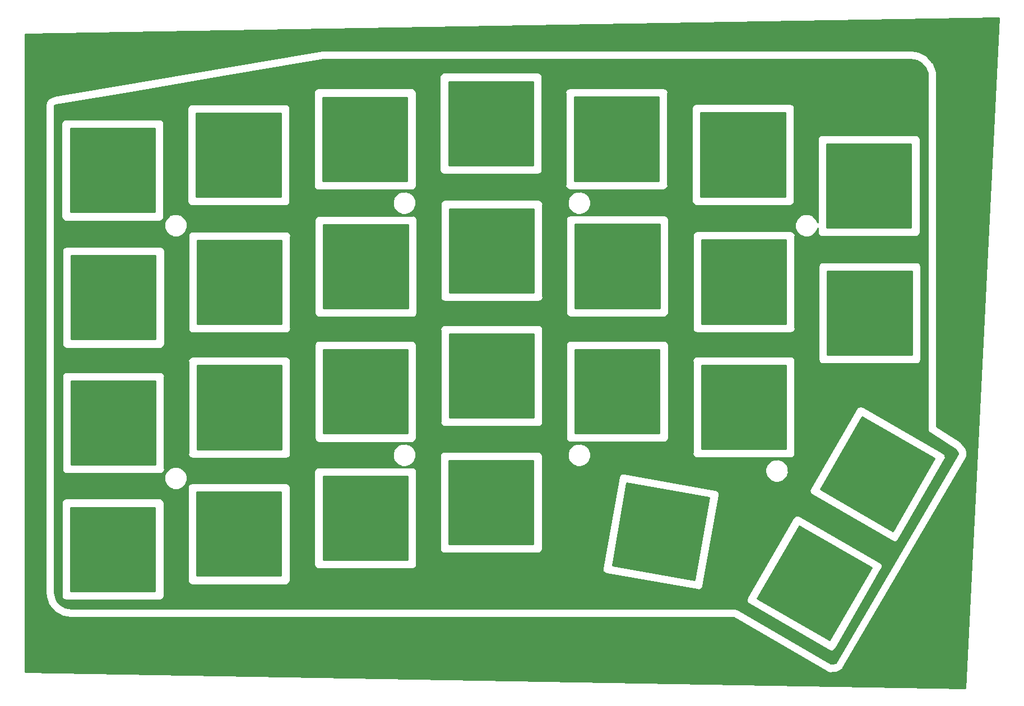
<source format=gbr>
G04 #@! TF.GenerationSoftware,KiCad,Pcbnew,(5.0.0)*
G04 #@! TF.CreationDate,2019-11-10T17:34:30-06:00*
G04 #@! TF.ProjectId,Top Plate,546F7020506C6174652E6B696361645F,rev?*
G04 #@! TF.SameCoordinates,Original*
G04 #@! TF.FileFunction,Copper,L2,Bot,Signal*
G04 #@! TF.FilePolarity,Positive*
%FSLAX46Y46*%
G04 Gerber Fmt 4.6, Leading zero omitted, Abs format (unit mm)*
G04 Created by KiCad (PCBNEW (5.0.0)) date 11/10/19 17:34:30*
%MOMM*%
%LPD*%
G01*
G04 APERTURE LIST*
G04 #@! TA.AperFunction,NonConductor*
%ADD10C,0.254000*%
G04 #@! TD*
G04 APERTURE END LIST*
D10*
G36*
X213239300Y-142110824D02*
X71247000Y-139575247D01*
X71247000Y-127624536D01*
X74316727Y-127624536D01*
X74320001Y-127661933D01*
X74320001Y-127699462D01*
X74325869Y-127728964D01*
X74359849Y-128117103D01*
X74354343Y-128139618D01*
X74371666Y-128252082D01*
X74375594Y-128296945D01*
X74381918Y-128318639D01*
X74385358Y-128340968D01*
X74400764Y-128383279D01*
X74432614Y-128492529D01*
X74447123Y-128510605D01*
X74749330Y-129340610D01*
X74755138Y-129393802D01*
X74795514Y-129467455D01*
X74800719Y-129481749D01*
X74827894Y-129526520D01*
X74853070Y-129572445D01*
X74862845Y-129584102D01*
X74906427Y-129655904D01*
X74949581Y-129687538D01*
X75535241Y-130385963D01*
X75559039Y-130434211D01*
X75621973Y-130489395D01*
X75631563Y-130500831D01*
X75672623Y-130533807D01*
X75712217Y-130568525D01*
X75725142Y-130575986D01*
X75790404Y-130628399D01*
X75842047Y-130643470D01*
X76631114Y-131098962D01*
X76669869Y-131136058D01*
X76748013Y-131166442D01*
X76761069Y-131173979D01*
X76810814Y-131190861D01*
X76859746Y-131209887D01*
X76874584Y-131212503D01*
X76953988Y-131239450D01*
X77007525Y-131235937D01*
X77985336Y-131408304D01*
X78044138Y-131420000D01*
X78051689Y-131420000D01*
X78059120Y-131421310D01*
X78119025Y-131420000D01*
X178270672Y-131420000D01*
X192386349Y-139653980D01*
X192443179Y-139687247D01*
X192443670Y-139687417D01*
X192444126Y-139687683D01*
X192458800Y-139692737D01*
X192507153Y-139723200D01*
X192586042Y-139736700D01*
X192596681Y-139740383D01*
X192597425Y-139740485D01*
X192636745Y-139754029D01*
X192674007Y-139751754D01*
X192707959Y-139757564D01*
X192719210Y-139757262D01*
X192798499Y-139768184D01*
X192854120Y-139753637D01*
X193363184Y-139739961D01*
X193415973Y-139751331D01*
X193498113Y-139736336D01*
X193512834Y-139735941D01*
X193564398Y-139724236D01*
X193616386Y-139714746D01*
X193630071Y-139709329D01*
X193711505Y-139690844D01*
X193755585Y-139659646D01*
X194226214Y-139473356D01*
X194279260Y-139466065D01*
X194351728Y-139423674D01*
X194365839Y-139418088D01*
X194409877Y-139389658D01*
X194455109Y-139363199D01*
X194466459Y-139353130D01*
X194536997Y-139307593D01*
X194563985Y-139268552D01*
X194597029Y-139252488D01*
X194660236Y-139181232D01*
X194680042Y-139163662D01*
X194704909Y-139130870D01*
X194732219Y-139100082D01*
X194745587Y-139077227D01*
X194803140Y-139001332D01*
X194813808Y-138960595D01*
X213324200Y-107314439D01*
X213368405Y-107262975D01*
X213402083Y-107160308D01*
X213450916Y-107019078D01*
X213446647Y-106947768D01*
X213470775Y-106748714D01*
X213490812Y-106692795D01*
X213487014Y-106614748D01*
X213488140Y-106605456D01*
X213483738Y-106547434D01*
X213480909Y-106489311D01*
X213478639Y-106480230D01*
X213472727Y-106402314D01*
X213445910Y-106349314D01*
X213376068Y-106069947D01*
X213376670Y-106022436D01*
X213343312Y-105938926D01*
X213338185Y-105918416D01*
X213318339Y-105876405D01*
X213301099Y-105833245D01*
X213289575Y-105815515D01*
X213251166Y-105734210D01*
X213215975Y-105702286D01*
X213014921Y-105392972D01*
X212991071Y-105351283D01*
X212978227Y-105336520D01*
X212967567Y-105320120D01*
X212934050Y-105285743D01*
X212673908Y-104986733D01*
X212660059Y-104955689D01*
X212585121Y-104884680D01*
X212562510Y-104858691D01*
X212536272Y-104838392D01*
X212512179Y-104815563D01*
X212483017Y-104797193D01*
X212401375Y-104734033D01*
X212368579Y-104725106D01*
X208890000Y-102533874D01*
X208890000Y-49071555D01*
X208908410Y-48976557D01*
X208867681Y-48776944D01*
X208858503Y-48755091D01*
X208850255Y-48713627D01*
X208825574Y-48676689D01*
X208458614Y-47802977D01*
X208455106Y-47770923D01*
X208412626Y-47693480D01*
X208395434Y-47652547D01*
X208367414Y-47611056D01*
X208357128Y-47592305D01*
X208344938Y-47577776D01*
X208281416Y-47483716D01*
X208246852Y-47460867D01*
X207674840Y-46779082D01*
X207651096Y-46730933D01*
X207588069Y-46675660D01*
X207578407Y-46664143D01*
X207537449Y-46631266D01*
X207497928Y-46596607D01*
X207484898Y-46589084D01*
X207419533Y-46536616D01*
X207368001Y-46521592D01*
X206578983Y-46066045D01*
X206540184Y-46028912D01*
X206462086Y-45998553D01*
X206449081Y-45991044D01*
X206399293Y-45974143D01*
X206350301Y-45955098D01*
X206335516Y-45952493D01*
X206256167Y-45925557D01*
X206202574Y-45929069D01*
X205224252Y-45756694D01*
X205165462Y-45745000D01*
X205157882Y-45745000D01*
X205150424Y-45743686D01*
X205090551Y-45745000D01*
X116220779Y-45745000D01*
X116163217Y-45743347D01*
X116153449Y-45745000D01*
X116143538Y-45745000D01*
X116087027Y-45756241D01*
X75589893Y-52609640D01*
X75548545Y-52606348D01*
X75482021Y-52627896D01*
X75446186Y-52633960D01*
X75255808Y-52706488D01*
X75209308Y-52750392D01*
X75076029Y-52824872D01*
X75075514Y-52824928D01*
X74896912Y-52922936D01*
X74759763Y-53038042D01*
X74711600Y-53061807D01*
X74656364Y-53124822D01*
X74644863Y-53134474D01*
X74611966Y-53175472D01*
X74577310Y-53215008D01*
X74569804Y-53228016D01*
X74517363Y-53293370D01*
X74502341Y-53344929D01*
X74487944Y-53369878D01*
X74450934Y-53408524D01*
X74420478Y-53486795D01*
X74412875Y-53499971D01*
X74396049Y-53549578D01*
X74377058Y-53598384D01*
X74374414Y-53613361D01*
X74347435Y-53692901D01*
X74350947Y-53746296D01*
X74331713Y-53855253D01*
X74320000Y-53914139D01*
X74320000Y-53921606D01*
X74318703Y-53928953D01*
X74320000Y-53988937D01*
X74320001Y-127594625D01*
X74316727Y-127624536D01*
X71247000Y-127624536D01*
X71247000Y-43304829D01*
X218306375Y-40769323D01*
X213239300Y-142110824D01*
X213239300Y-142110824D01*
G37*
X213239300Y-142110824D02*
X71247000Y-139575247D01*
X71247000Y-127624536D01*
X74316727Y-127624536D01*
X74320001Y-127661933D01*
X74320001Y-127699462D01*
X74325869Y-127728964D01*
X74359849Y-128117103D01*
X74354343Y-128139618D01*
X74371666Y-128252082D01*
X74375594Y-128296945D01*
X74381918Y-128318639D01*
X74385358Y-128340968D01*
X74400764Y-128383279D01*
X74432614Y-128492529D01*
X74447123Y-128510605D01*
X74749330Y-129340610D01*
X74755138Y-129393802D01*
X74795514Y-129467455D01*
X74800719Y-129481749D01*
X74827894Y-129526520D01*
X74853070Y-129572445D01*
X74862845Y-129584102D01*
X74906427Y-129655904D01*
X74949581Y-129687538D01*
X75535241Y-130385963D01*
X75559039Y-130434211D01*
X75621973Y-130489395D01*
X75631563Y-130500831D01*
X75672623Y-130533807D01*
X75712217Y-130568525D01*
X75725142Y-130575986D01*
X75790404Y-130628399D01*
X75842047Y-130643470D01*
X76631114Y-131098962D01*
X76669869Y-131136058D01*
X76748013Y-131166442D01*
X76761069Y-131173979D01*
X76810814Y-131190861D01*
X76859746Y-131209887D01*
X76874584Y-131212503D01*
X76953988Y-131239450D01*
X77007525Y-131235937D01*
X77985336Y-131408304D01*
X78044138Y-131420000D01*
X78051689Y-131420000D01*
X78059120Y-131421310D01*
X78119025Y-131420000D01*
X178270672Y-131420000D01*
X192386349Y-139653980D01*
X192443179Y-139687247D01*
X192443670Y-139687417D01*
X192444126Y-139687683D01*
X192458800Y-139692737D01*
X192507153Y-139723200D01*
X192586042Y-139736700D01*
X192596681Y-139740383D01*
X192597425Y-139740485D01*
X192636745Y-139754029D01*
X192674007Y-139751754D01*
X192707959Y-139757564D01*
X192719210Y-139757262D01*
X192798499Y-139768184D01*
X192854120Y-139753637D01*
X193363184Y-139739961D01*
X193415973Y-139751331D01*
X193498113Y-139736336D01*
X193512834Y-139735941D01*
X193564398Y-139724236D01*
X193616386Y-139714746D01*
X193630071Y-139709329D01*
X193711505Y-139690844D01*
X193755585Y-139659646D01*
X194226214Y-139473356D01*
X194279260Y-139466065D01*
X194351728Y-139423674D01*
X194365839Y-139418088D01*
X194409877Y-139389658D01*
X194455109Y-139363199D01*
X194466459Y-139353130D01*
X194536997Y-139307593D01*
X194563985Y-139268552D01*
X194597029Y-139252488D01*
X194660236Y-139181232D01*
X194680042Y-139163662D01*
X194704909Y-139130870D01*
X194732219Y-139100082D01*
X194745587Y-139077227D01*
X194803140Y-139001332D01*
X194813808Y-138960595D01*
X213324200Y-107314439D01*
X213368405Y-107262975D01*
X213402083Y-107160308D01*
X213450916Y-107019078D01*
X213446647Y-106947768D01*
X213470775Y-106748714D01*
X213490812Y-106692795D01*
X213487014Y-106614748D01*
X213488140Y-106605456D01*
X213483738Y-106547434D01*
X213480909Y-106489311D01*
X213478639Y-106480230D01*
X213472727Y-106402314D01*
X213445910Y-106349314D01*
X213376068Y-106069947D01*
X213376670Y-106022436D01*
X213343312Y-105938926D01*
X213338185Y-105918416D01*
X213318339Y-105876405D01*
X213301099Y-105833245D01*
X213289575Y-105815515D01*
X213251166Y-105734210D01*
X213215975Y-105702286D01*
X213014921Y-105392972D01*
X212991071Y-105351283D01*
X212978227Y-105336520D01*
X212967567Y-105320120D01*
X212934050Y-105285743D01*
X212673908Y-104986733D01*
X212660059Y-104955689D01*
X212585121Y-104884680D01*
X212562510Y-104858691D01*
X212536272Y-104838392D01*
X212512179Y-104815563D01*
X212483017Y-104797193D01*
X212401375Y-104734033D01*
X212368579Y-104725106D01*
X208890000Y-102533874D01*
X208890000Y-49071555D01*
X208908410Y-48976557D01*
X208867681Y-48776944D01*
X208858503Y-48755091D01*
X208850255Y-48713627D01*
X208825574Y-48676689D01*
X208458614Y-47802977D01*
X208455106Y-47770923D01*
X208412626Y-47693480D01*
X208395434Y-47652547D01*
X208367414Y-47611056D01*
X208357128Y-47592305D01*
X208344938Y-47577776D01*
X208281416Y-47483716D01*
X208246852Y-47460867D01*
X207674840Y-46779082D01*
X207651096Y-46730933D01*
X207588069Y-46675660D01*
X207578407Y-46664143D01*
X207537449Y-46631266D01*
X207497928Y-46596607D01*
X207484898Y-46589084D01*
X207419533Y-46536616D01*
X207368001Y-46521592D01*
X206578983Y-46066045D01*
X206540184Y-46028912D01*
X206462086Y-45998553D01*
X206449081Y-45991044D01*
X206399293Y-45974143D01*
X206350301Y-45955098D01*
X206335516Y-45952493D01*
X206256167Y-45925557D01*
X206202574Y-45929069D01*
X205224252Y-45756694D01*
X205165462Y-45745000D01*
X205157882Y-45745000D01*
X205150424Y-45743686D01*
X205090551Y-45745000D01*
X116220779Y-45745000D01*
X116163217Y-45743347D01*
X116153449Y-45745000D01*
X116143538Y-45745000D01*
X116087027Y-45756241D01*
X75589893Y-52609640D01*
X75548545Y-52606348D01*
X75482021Y-52627896D01*
X75446186Y-52633960D01*
X75255808Y-52706488D01*
X75209308Y-52750392D01*
X75076029Y-52824872D01*
X75075514Y-52824928D01*
X74896912Y-52922936D01*
X74759763Y-53038042D01*
X74711600Y-53061807D01*
X74656364Y-53124822D01*
X74644863Y-53134474D01*
X74611966Y-53175472D01*
X74577310Y-53215008D01*
X74569804Y-53228016D01*
X74517363Y-53293370D01*
X74502341Y-53344929D01*
X74487944Y-53369878D01*
X74450934Y-53408524D01*
X74420478Y-53486795D01*
X74412875Y-53499971D01*
X74396049Y-53549578D01*
X74377058Y-53598384D01*
X74374414Y-53613361D01*
X74347435Y-53692901D01*
X74350947Y-53746296D01*
X74331713Y-53855253D01*
X74320000Y-53914139D01*
X74320000Y-53921606D01*
X74318703Y-53928953D01*
X74320000Y-53988937D01*
X74320001Y-127594625D01*
X74316727Y-127624536D01*
X71247000Y-127624536D01*
X71247000Y-43304829D01*
X218306375Y-40769323D01*
X213239300Y-142110824D01*
G36*
X205927138Y-47271641D02*
X206649878Y-47688923D01*
X207200351Y-48345037D01*
X207520001Y-49106108D01*
X207520000Y-95317461D01*
X207520001Y-95317466D01*
X207520000Y-102859355D01*
X207519030Y-102890432D01*
X207512339Y-102943510D01*
X207525098Y-102990101D01*
X207524188Y-103008796D01*
X207541942Y-103058344D01*
X207542411Y-103061157D01*
X207544210Y-103065914D01*
X207547118Y-103081910D01*
X207548812Y-103086198D01*
X207563745Y-103161272D01*
X207574602Y-103177520D01*
X207575746Y-103183273D01*
X207589728Y-103204199D01*
X207594554Y-103222703D01*
X207611666Y-103245315D01*
X207621965Y-103271388D01*
X207656251Y-103306824D01*
X207669940Y-103337510D01*
X207701459Y-103367376D01*
X207715143Y-103387856D01*
X207729129Y-103397201D01*
X207757395Y-103433622D01*
X207774612Y-103443437D01*
X207805210Y-103477165D01*
X207852653Y-103499578D01*
X207867125Y-103508693D01*
X207972727Y-103579254D01*
X207982099Y-103581118D01*
X211639479Y-105884983D01*
X211881772Y-106163478D01*
X212053236Y-106427270D01*
X212104740Y-106633286D01*
X212096708Y-106699554D01*
X193656711Y-138225361D01*
X193287516Y-138371501D01*
X192923522Y-138381279D01*
X178919492Y-130212426D01*
X178907254Y-130197998D01*
X178815468Y-130150836D01*
X178797839Y-130135029D01*
X178770051Y-130125254D01*
X178759873Y-130119317D01*
X178756078Y-130118010D01*
X178715273Y-130090745D01*
X178635474Y-130074872D01*
X178563796Y-130049188D01*
X178517644Y-130051434D01*
X178515462Y-130051000D01*
X178507489Y-130051000D01*
X178502462Y-130050000D01*
X178483674Y-130050000D01*
X178465089Y-130047345D01*
X178462932Y-130047463D01*
X178398491Y-130039339D01*
X178379398Y-130044568D01*
X178374276Y-130044147D01*
X178356051Y-130050000D01*
X78171509Y-130050000D01*
X77282958Y-129893368D01*
X76560285Y-129476203D01*
X76023692Y-128836294D01*
X75726623Y-128020401D01*
X75690000Y-127602078D01*
X75690000Y-114088980D01*
X76730891Y-114088980D01*
X76744310Y-114156442D01*
X76744311Y-128019653D01*
X76730891Y-128087120D01*
X76784055Y-128354393D01*
X76935453Y-128580977D01*
X77162037Y-128732375D01*
X77361848Y-128772120D01*
X77361849Y-128772120D01*
X77429310Y-128785539D01*
X77496772Y-128772120D01*
X91461398Y-128772120D01*
X91528860Y-128785539D01*
X91596321Y-128772120D01*
X91596322Y-128772120D01*
X91796133Y-128732375D01*
X91884322Y-128673449D01*
X180195358Y-128673449D01*
X180201824Y-128772120D01*
X180213172Y-128945357D01*
X180213176Y-128945366D01*
X180213177Y-128945375D01*
X180275633Y-129072028D01*
X180333691Y-129189768D01*
X180333697Y-129189774D01*
X180333702Y-129189783D01*
X180452504Y-129293972D01*
X180486855Y-129324100D01*
X180486860Y-129324103D01*
X180538583Y-129369464D01*
X180603710Y-129391573D01*
X192610880Y-136324545D01*
X192662612Y-136369910D01*
X192781400Y-136410228D01*
X192920610Y-136457490D01*
X192920639Y-136457488D01*
X192920662Y-136457496D01*
X193047718Y-136449164D01*
X193192537Y-136439678D01*
X193192562Y-136439666D01*
X193192587Y-136439664D01*
X193311253Y-136381139D01*
X193436948Y-136319159D01*
X193436965Y-136319139D01*
X193436990Y-136319127D01*
X193530532Y-136212456D01*
X193616634Y-136114283D01*
X193638754Y-136049128D01*
X200571314Y-124040618D01*
X200616663Y-123988903D01*
X200638768Y-123923775D01*
X200704246Y-123730859D01*
X200704246Y-123730856D01*
X200704247Y-123730852D01*
X200691729Y-123539978D01*
X200686415Y-123458933D01*
X200686413Y-123458929D01*
X200686413Y-123458926D01*
X200627793Y-123340070D01*
X200565878Y-123214530D01*
X200565875Y-123214528D01*
X200565874Y-123214525D01*
X200412699Y-123080206D01*
X200360988Y-123034860D01*
X200295854Y-123012752D01*
X188288717Y-116081117D01*
X188237017Y-116035776D01*
X188171864Y-116013659D01*
X188171849Y-116013650D01*
X188112734Y-115993586D01*
X187978971Y-115948178D01*
X187978951Y-115948179D01*
X187978932Y-115948173D01*
X187843148Y-115957078D01*
X187707044Y-115965997D01*
X187707026Y-115966006D01*
X187707007Y-115966007D01*
X187591530Y-116022960D01*
X187462636Y-116086522D01*
X187462622Y-116086538D01*
X187462606Y-116086546D01*
X187382015Y-116178451D01*
X187328308Y-116239690D01*
X187328297Y-116239710D01*
X187282937Y-116291437D01*
X187260838Y-116356548D01*
X180328313Y-128363682D01*
X180282966Y-128415387D01*
X180260851Y-128480528D01*
X180260846Y-128480536D01*
X180240155Y-128541488D01*
X180195360Y-128673431D01*
X180195361Y-128673441D01*
X180195358Y-128673449D01*
X91884322Y-128673449D01*
X92022717Y-128580977D01*
X92174115Y-128354393D01*
X92227279Y-128087120D01*
X92213860Y-128019658D01*
X92213860Y-114156442D01*
X92227279Y-114088980D01*
X92174115Y-113821707D01*
X92022717Y-113595123D01*
X91796133Y-113443725D01*
X91596322Y-113403980D01*
X91528860Y-113390561D01*
X91461399Y-113403980D01*
X77496771Y-113403980D01*
X77429310Y-113390561D01*
X77361848Y-113403980D01*
X77162037Y-113443725D01*
X76935453Y-113595123D01*
X76784055Y-113821707D01*
X76730891Y-114088980D01*
X75690000Y-114088980D01*
X75690000Y-110061593D01*
X92214677Y-110061593D01*
X92225000Y-110378284D01*
X92225000Y-110695113D01*
X92236210Y-110722176D01*
X92237164Y-110751453D01*
X92457901Y-111284359D01*
X92471293Y-111289716D01*
X92489138Y-111332799D01*
X92977201Y-111820862D01*
X93020284Y-111838707D01*
X93025641Y-111852099D01*
X93322171Y-111963753D01*
X93614887Y-112085000D01*
X93644177Y-112085000D01*
X93671593Y-112095323D01*
X93988284Y-112085000D01*
X94305113Y-112085000D01*
X94332176Y-112073790D01*
X94361453Y-112072836D01*
X94894359Y-111852099D01*
X94899716Y-111838707D01*
X94942799Y-111820862D01*
X94983541Y-111780120D01*
X95770781Y-111780120D01*
X95784200Y-111847582D01*
X95784201Y-125710793D01*
X95770781Y-125778260D01*
X95823945Y-126045533D01*
X95975343Y-126272117D01*
X96201927Y-126423515D01*
X96401738Y-126463260D01*
X96401739Y-126463260D01*
X96469200Y-126476679D01*
X96536662Y-126463260D01*
X110501038Y-126463260D01*
X110568500Y-126476679D01*
X110635961Y-126463260D01*
X110635962Y-126463260D01*
X110835773Y-126423515D01*
X111062357Y-126272117D01*
X111213755Y-126045533D01*
X111231982Y-125953899D01*
X111253500Y-125845722D01*
X111253500Y-125845721D01*
X111266919Y-125778260D01*
X111253500Y-125710798D01*
X111253500Y-111847582D01*
X111266919Y-111780120D01*
X111213755Y-111512847D01*
X111062357Y-111286263D01*
X110835773Y-111134865D01*
X110635962Y-111095120D01*
X110568500Y-111081701D01*
X110501039Y-111095120D01*
X96536661Y-111095120D01*
X96469200Y-111081701D01*
X96401738Y-111095120D01*
X96201927Y-111134865D01*
X95975343Y-111286263D01*
X95823945Y-111512847D01*
X95770781Y-111780120D01*
X94983541Y-111780120D01*
X95430862Y-111332799D01*
X95448707Y-111289716D01*
X95462099Y-111284359D01*
X95573753Y-110987829D01*
X95695000Y-110695113D01*
X95695000Y-110665823D01*
X95705323Y-110638407D01*
X95695000Y-110321716D01*
X95695000Y-110004887D01*
X95683790Y-109977824D01*
X95682836Y-109948547D01*
X95462099Y-109415641D01*
X95448707Y-109410284D01*
X95439246Y-109387440D01*
X114869041Y-109387440D01*
X114882460Y-109454902D01*
X114882461Y-123318113D01*
X114869041Y-123385580D01*
X114922205Y-123652853D01*
X115073603Y-123879437D01*
X115300187Y-124030835D01*
X115499998Y-124070580D01*
X115499999Y-124070580D01*
X115567460Y-124083999D01*
X115634922Y-124070580D01*
X129599298Y-124070580D01*
X129666760Y-124083999D01*
X129734221Y-124070580D01*
X129734222Y-124070580D01*
X129934033Y-124030835D01*
X129993934Y-123990810D01*
X158460572Y-123990810D01*
X158462073Y-124059579D01*
X158462072Y-124059582D01*
X158462605Y-124083999D01*
X158466517Y-124263254D01*
X158466518Y-124263256D01*
X158466518Y-124263258D01*
X158481573Y-124297472D01*
X158576268Y-124512685D01*
X158576270Y-124512687D01*
X158576271Y-124512689D01*
X158651365Y-124584575D01*
X158773120Y-124701130D01*
X158773123Y-124701131D01*
X158773124Y-124701132D01*
X158854783Y-124732887D01*
X158962993Y-124774968D01*
X158962996Y-124774968D01*
X159027105Y-124799899D01*
X159095870Y-124798398D01*
X172748859Y-127205812D01*
X172812937Y-127230737D01*
X172881739Y-127229242D01*
X172881767Y-127229247D01*
X172944510Y-127227878D01*
X173085381Y-127224817D01*
X173085411Y-127224804D01*
X173085444Y-127224803D01*
X173208313Y-127170740D01*
X173334823Y-127115089D01*
X173334846Y-127115065D01*
X173334875Y-127115052D01*
X173426106Y-127019751D01*
X173523285Y-126918255D01*
X173523297Y-126918224D01*
X173523320Y-126918200D01*
X173572738Y-126791124D01*
X173597141Y-126728388D01*
X173597147Y-126728356D01*
X173622088Y-126664220D01*
X173620588Y-126595486D01*
X176029547Y-112941090D01*
X176054489Y-112876950D01*
X176051493Y-112739729D01*
X176048557Y-112604580D01*
X176048542Y-112604546D01*
X176048541Y-112604506D01*
X175992260Y-112476601D01*
X175938829Y-112355138D01*
X175938802Y-112355112D01*
X175938786Y-112355076D01*
X175836662Y-112257316D01*
X175752767Y-112176988D01*
X189720353Y-112176988D01*
X189738187Y-112448913D01*
X189798022Y-112570233D01*
X189858725Y-112693313D01*
X190063616Y-112872982D01*
X190128750Y-112895089D01*
X202135903Y-119826735D01*
X202187614Y-119872081D01*
X202252746Y-119894188D01*
X202252750Y-119894190D01*
X202341902Y-119924449D01*
X202445664Y-119959667D01*
X202445667Y-119959667D01*
X202502921Y-119955912D01*
X202717589Y-119941834D01*
X202717591Y-119941833D01*
X202717593Y-119941833D01*
X202876815Y-119863305D01*
X202961991Y-119821296D01*
X202961992Y-119821295D01*
X202961994Y-119821294D01*
X203141663Y-119616403D01*
X203163769Y-119551271D01*
X210096312Y-107542722D01*
X210141661Y-107491007D01*
X210229247Y-107232956D01*
X210211414Y-106961030D01*
X210090877Y-106716628D01*
X209937703Y-106582308D01*
X209937696Y-106582304D01*
X209885986Y-106536959D01*
X209820860Y-106514855D01*
X197813700Y-99583108D01*
X197761984Y-99537758D01*
X197681183Y-99510333D01*
X197503936Y-99450173D01*
X197503933Y-99450173D01*
X197450434Y-99453682D01*
X197232011Y-99468006D01*
X197232009Y-99468007D01*
X197232008Y-99468007D01*
X197114799Y-99525814D01*
X196987609Y-99588543D01*
X196987608Y-99588544D01*
X196987606Y-99588545D01*
X196884411Y-99706226D01*
X196807939Y-99793433D01*
X196785832Y-99858567D01*
X189853286Y-111867222D01*
X189807937Y-111918937D01*
X189785831Y-111984068D01*
X189785830Y-111984070D01*
X189723867Y-112166634D01*
X189720353Y-112176988D01*
X175752767Y-112176988D01*
X175741995Y-112166675D01*
X175741961Y-112166662D01*
X175741932Y-112166634D01*
X175607542Y-112114375D01*
X175488023Y-112067884D01*
X175419224Y-112069379D01*
X161764762Y-109661901D01*
X161700655Y-109636971D01*
X161428211Y-109642917D01*
X161178780Y-109752671D01*
X160990337Y-109949523D01*
X160916500Y-110139397D01*
X160916498Y-110139407D01*
X160891571Y-110203510D01*
X160893072Y-110272267D01*
X158485501Y-123926706D01*
X158460572Y-123990810D01*
X129993934Y-123990810D01*
X130160617Y-123879437D01*
X130312015Y-123652853D01*
X130365179Y-123385580D01*
X130351760Y-123318118D01*
X130351760Y-109454902D01*
X130365179Y-109387440D01*
X130312015Y-109120167D01*
X130160617Y-108893583D01*
X129934033Y-108742185D01*
X129734222Y-108702440D01*
X129666760Y-108689021D01*
X129599299Y-108702440D01*
X115634921Y-108702440D01*
X115567460Y-108689021D01*
X115499998Y-108702440D01*
X115300187Y-108742185D01*
X115073603Y-108893583D01*
X114922205Y-109120167D01*
X114869041Y-109387440D01*
X95439246Y-109387440D01*
X95430862Y-109367201D01*
X94942799Y-108879138D01*
X94899716Y-108861293D01*
X94894359Y-108847901D01*
X94597829Y-108736247D01*
X94305113Y-108615000D01*
X94275823Y-108615000D01*
X94248407Y-108604677D01*
X93931716Y-108615000D01*
X93614887Y-108615000D01*
X93587824Y-108626210D01*
X93558547Y-108627164D01*
X93025641Y-108847901D01*
X93020284Y-108861293D01*
X92977201Y-108879138D01*
X92489138Y-109367201D01*
X92471293Y-109410284D01*
X92457901Y-109415641D01*
X92346247Y-109712171D01*
X92225000Y-110004887D01*
X92225000Y-110034177D01*
X92214677Y-110061593D01*
X75690000Y-110061593D01*
X75690000Y-94962780D01*
X76796931Y-94962780D01*
X76810350Y-95030242D01*
X76810351Y-108893453D01*
X76796931Y-108960920D01*
X76850095Y-109228193D01*
X77001493Y-109454777D01*
X77228077Y-109606175D01*
X77427888Y-109645920D01*
X77427889Y-109645920D01*
X77495350Y-109659339D01*
X77562812Y-109645920D01*
X91527438Y-109645920D01*
X91594900Y-109659339D01*
X91662361Y-109645920D01*
X91662362Y-109645920D01*
X91862173Y-109606175D01*
X92088757Y-109454777D01*
X92240155Y-109228193D01*
X92293319Y-108960920D01*
X92279900Y-108893458D01*
X92279900Y-95030242D01*
X92293319Y-94962780D01*
X92240155Y-94695507D01*
X92088757Y-94468923D01*
X91862173Y-94317525D01*
X91662362Y-94277780D01*
X91594900Y-94264361D01*
X91527439Y-94277780D01*
X77562811Y-94277780D01*
X77495350Y-94264361D01*
X77427888Y-94277780D01*
X77228077Y-94317525D01*
X77001493Y-94468923D01*
X76850095Y-94695507D01*
X76796931Y-94962780D01*
X75690000Y-94962780D01*
X75690000Y-92653920D01*
X95836821Y-92653920D01*
X95850240Y-92721382D01*
X95850241Y-106584593D01*
X95836821Y-106652060D01*
X95889985Y-106919333D01*
X96041383Y-107145917D01*
X96267967Y-107297315D01*
X96467778Y-107337060D01*
X96467779Y-107337060D01*
X96535240Y-107350479D01*
X96602702Y-107337060D01*
X110567078Y-107337060D01*
X110634540Y-107350479D01*
X110702001Y-107337060D01*
X110702002Y-107337060D01*
X110901813Y-107297315D01*
X111128397Y-107145917D01*
X111279795Y-106919333D01*
X111332959Y-106652060D01*
X111319540Y-106584598D01*
X111319540Y-106561593D01*
X126754677Y-106561593D01*
X126765000Y-106878284D01*
X126765000Y-107195113D01*
X126776210Y-107222176D01*
X126777164Y-107251453D01*
X126997901Y-107784359D01*
X127011293Y-107789716D01*
X127029138Y-107832799D01*
X127517201Y-108320862D01*
X127560284Y-108338707D01*
X127565641Y-108352099D01*
X127862171Y-108463753D01*
X128154887Y-108585000D01*
X128184177Y-108585000D01*
X128211593Y-108595323D01*
X128528284Y-108585000D01*
X128845113Y-108585000D01*
X128872176Y-108573790D01*
X128901453Y-108572836D01*
X129434359Y-108352099D01*
X129439716Y-108338707D01*
X129482799Y-108320862D01*
X129970862Y-107832799D01*
X129988707Y-107789716D01*
X130002099Y-107784359D01*
X130113753Y-107487829D01*
X130235000Y-107195113D01*
X130235000Y-107165823D01*
X130245323Y-107138407D01*
X130241138Y-107010000D01*
X133873321Y-107010000D01*
X133886740Y-107077462D01*
X133886741Y-120940673D01*
X133873321Y-121008140D01*
X133926485Y-121275413D01*
X134077883Y-121501997D01*
X134304467Y-121653395D01*
X134504278Y-121693140D01*
X134504279Y-121693140D01*
X134571740Y-121706559D01*
X134639202Y-121693140D01*
X148603578Y-121693140D01*
X148671040Y-121706559D01*
X148738501Y-121693140D01*
X148738502Y-121693140D01*
X148938313Y-121653395D01*
X149164897Y-121501997D01*
X149316295Y-121275413D01*
X149369459Y-121008140D01*
X149356040Y-120940678D01*
X149356040Y-108931593D01*
X183034677Y-108931593D01*
X183045000Y-109248284D01*
X183045000Y-109565113D01*
X183056210Y-109592176D01*
X183057164Y-109621453D01*
X183277901Y-110154359D01*
X183291293Y-110159716D01*
X183309138Y-110202799D01*
X183797201Y-110690862D01*
X183840284Y-110708707D01*
X183845641Y-110722099D01*
X184142171Y-110833753D01*
X184434887Y-110955000D01*
X184464177Y-110955000D01*
X184491593Y-110965323D01*
X184808284Y-110955000D01*
X185125113Y-110955000D01*
X185152176Y-110943790D01*
X185181453Y-110942836D01*
X185714359Y-110722099D01*
X185719716Y-110708707D01*
X185762799Y-110690862D01*
X186250862Y-110202799D01*
X186268707Y-110159716D01*
X186282099Y-110154359D01*
X186393753Y-109857829D01*
X186515000Y-109565113D01*
X186515000Y-109535823D01*
X186525323Y-109508407D01*
X186515000Y-109191716D01*
X186515000Y-108874887D01*
X186503790Y-108847824D01*
X186502836Y-108818547D01*
X186282099Y-108285641D01*
X186268707Y-108280284D01*
X186250862Y-108237201D01*
X185762799Y-107749138D01*
X185719716Y-107731293D01*
X185714359Y-107717901D01*
X185417829Y-107606247D01*
X185125113Y-107485000D01*
X185095823Y-107485000D01*
X185068407Y-107474677D01*
X184751716Y-107485000D01*
X184434887Y-107485000D01*
X184407824Y-107496210D01*
X184378547Y-107497164D01*
X183845641Y-107717901D01*
X183840284Y-107731293D01*
X183797201Y-107749138D01*
X183309138Y-108237201D01*
X183291293Y-108280284D01*
X183277901Y-108285641D01*
X183166247Y-108582171D01*
X183045000Y-108874887D01*
X183045000Y-108904177D01*
X183034677Y-108931593D01*
X149356040Y-108931593D01*
X149356040Y-107077462D01*
X149369459Y-107010000D01*
X149316295Y-106742727D01*
X149195266Y-106561593D01*
X153164677Y-106561593D01*
X153175000Y-106878284D01*
X153175000Y-107195113D01*
X153186210Y-107222176D01*
X153187164Y-107251453D01*
X153407901Y-107784359D01*
X153421293Y-107789716D01*
X153439138Y-107832799D01*
X153927201Y-108320862D01*
X153970284Y-108338707D01*
X153975641Y-108352099D01*
X154272171Y-108463753D01*
X154564887Y-108585000D01*
X154594177Y-108585000D01*
X154621593Y-108595323D01*
X154938284Y-108585000D01*
X155255113Y-108585000D01*
X155282176Y-108573790D01*
X155311453Y-108572836D01*
X155844359Y-108352099D01*
X155849716Y-108338707D01*
X155892799Y-108320862D01*
X156380862Y-107832799D01*
X156398707Y-107789716D01*
X156412099Y-107784359D01*
X156523753Y-107487829D01*
X156645000Y-107195113D01*
X156645000Y-107165823D01*
X156655323Y-107138407D01*
X156645000Y-106821716D01*
X156645000Y-106504887D01*
X156633790Y-106477824D01*
X156632836Y-106448547D01*
X156412099Y-105915641D01*
X156398707Y-105910284D01*
X156380862Y-105867201D01*
X155892799Y-105379138D01*
X155849716Y-105361293D01*
X155844359Y-105347901D01*
X155547829Y-105236247D01*
X155255113Y-105115000D01*
X155225823Y-105115000D01*
X155198407Y-105104677D01*
X154881716Y-105115000D01*
X154564887Y-105115000D01*
X154537824Y-105126210D01*
X154508547Y-105127164D01*
X153975641Y-105347901D01*
X153970284Y-105361293D01*
X153927201Y-105379138D01*
X153439138Y-105867201D01*
X153421293Y-105910284D01*
X153407901Y-105915641D01*
X153296247Y-106212171D01*
X153175000Y-106504887D01*
X153175000Y-106534177D01*
X153164677Y-106561593D01*
X149195266Y-106561593D01*
X149164897Y-106516143D01*
X148938313Y-106364745D01*
X148738502Y-106325000D01*
X148671040Y-106311581D01*
X148603579Y-106325000D01*
X134639201Y-106325000D01*
X134571740Y-106311581D01*
X134504278Y-106325000D01*
X134304467Y-106364745D01*
X134077883Y-106516143D01*
X133926485Y-106742727D01*
X133873321Y-107010000D01*
X130241138Y-107010000D01*
X130235000Y-106821716D01*
X130235000Y-106504887D01*
X130223790Y-106477824D01*
X130222836Y-106448547D01*
X130002099Y-105915641D01*
X129988707Y-105910284D01*
X129970862Y-105867201D01*
X129482799Y-105379138D01*
X129439716Y-105361293D01*
X129434359Y-105347901D01*
X129137829Y-105236247D01*
X128845113Y-105115000D01*
X128815823Y-105115000D01*
X128788407Y-105104677D01*
X128471716Y-105115000D01*
X128154887Y-105115000D01*
X128127824Y-105126210D01*
X128098547Y-105127164D01*
X127565641Y-105347901D01*
X127560284Y-105361293D01*
X127517201Y-105379138D01*
X127029138Y-105867201D01*
X127011293Y-105910284D01*
X126997901Y-105915641D01*
X126886247Y-106212171D01*
X126765000Y-106504887D01*
X126765000Y-106534177D01*
X126754677Y-106561593D01*
X111319540Y-106561593D01*
X111319540Y-92721382D01*
X111332959Y-92653920D01*
X111279795Y-92386647D01*
X111128397Y-92160063D01*
X110901813Y-92008665D01*
X110702002Y-91968920D01*
X110634540Y-91955501D01*
X110567079Y-91968920D01*
X96602701Y-91968920D01*
X96535240Y-91955501D01*
X96467778Y-91968920D01*
X96267967Y-92008665D01*
X96041383Y-92160063D01*
X95889985Y-92386647D01*
X95836821Y-92653920D01*
X75690000Y-92653920D01*
X75690000Y-76039780D01*
X76804551Y-76039780D01*
X76817970Y-76107242D01*
X76817971Y-89970453D01*
X76804551Y-90037920D01*
X76857715Y-90305193D01*
X77009113Y-90531777D01*
X77235697Y-90683175D01*
X77435508Y-90722920D01*
X77435509Y-90722920D01*
X77502970Y-90736339D01*
X77570432Y-90722920D01*
X91535058Y-90722920D01*
X91602520Y-90736339D01*
X91669981Y-90722920D01*
X91669982Y-90722920D01*
X91869793Y-90683175D01*
X92096377Y-90531777D01*
X92247775Y-90305193D01*
X92256517Y-90261240D01*
X114935081Y-90261240D01*
X114948500Y-90328702D01*
X114948501Y-104191913D01*
X114935081Y-104259380D01*
X114988245Y-104526653D01*
X115139643Y-104753237D01*
X115366227Y-104904635D01*
X115566038Y-104944380D01*
X115566039Y-104944380D01*
X115633500Y-104957799D01*
X115700962Y-104944380D01*
X129565338Y-104944380D01*
X129632800Y-104957799D01*
X129700261Y-104944380D01*
X129700262Y-104944380D01*
X129900073Y-104904635D01*
X130126657Y-104753237D01*
X130278055Y-104526653D01*
X130331219Y-104259380D01*
X130317800Y-104191918D01*
X130317800Y-90328702D01*
X130331219Y-90261240D01*
X130278055Y-89993967D01*
X130126657Y-89767383D01*
X129900073Y-89615985D01*
X129700262Y-89576240D01*
X129632800Y-89562821D01*
X129565339Y-89576240D01*
X115700961Y-89576240D01*
X115633500Y-89562821D01*
X115566038Y-89576240D01*
X115366227Y-89615985D01*
X115139643Y-89767383D01*
X114988245Y-89993967D01*
X114935081Y-90261240D01*
X92256517Y-90261240D01*
X92300939Y-90037920D01*
X92287520Y-89970458D01*
X92287520Y-76107242D01*
X92300939Y-76039780D01*
X92247775Y-75772507D01*
X92096377Y-75545923D01*
X91869793Y-75394525D01*
X91669982Y-75354780D01*
X91602520Y-75341361D01*
X91535059Y-75354780D01*
X77570431Y-75354780D01*
X77502970Y-75341361D01*
X77435508Y-75354780D01*
X77235697Y-75394525D01*
X77009113Y-75545923D01*
X76857715Y-75772507D01*
X76804551Y-76039780D01*
X75690000Y-76039780D01*
X75690000Y-71861593D01*
X92214677Y-71861593D01*
X92225000Y-72178284D01*
X92225000Y-72495113D01*
X92236210Y-72522176D01*
X92237164Y-72551453D01*
X92457901Y-73084359D01*
X92471293Y-73089716D01*
X92489138Y-73132799D01*
X92977201Y-73620862D01*
X93020284Y-73638707D01*
X93025641Y-73652099D01*
X93322171Y-73763753D01*
X93614887Y-73885000D01*
X93644177Y-73885000D01*
X93671593Y-73895323D01*
X93988284Y-73885000D01*
X94305113Y-73885000D01*
X94332176Y-73873790D01*
X94361453Y-73872836D01*
X94704068Y-73730920D01*
X95844441Y-73730920D01*
X95857860Y-73798382D01*
X95857861Y-87661593D01*
X95844441Y-87729060D01*
X95897605Y-87996333D01*
X96049003Y-88222917D01*
X96275587Y-88374315D01*
X96475398Y-88414060D01*
X96475399Y-88414060D01*
X96542860Y-88427479D01*
X96610322Y-88414060D01*
X110574698Y-88414060D01*
X110642160Y-88427479D01*
X110709621Y-88414060D01*
X110709622Y-88414060D01*
X110909433Y-88374315D01*
X111136017Y-88222917D01*
X111287415Y-87996333D01*
X111309799Y-87883800D01*
X133939361Y-87883800D01*
X133952780Y-87951262D01*
X133952781Y-101814473D01*
X133939361Y-101881940D01*
X133992525Y-102149213D01*
X134143923Y-102375797D01*
X134370507Y-102527195D01*
X134570318Y-102566940D01*
X134570319Y-102566940D01*
X134637780Y-102580359D01*
X134705242Y-102566940D01*
X148669618Y-102566940D01*
X148737080Y-102580359D01*
X148804541Y-102566940D01*
X148804542Y-102566940D01*
X149004353Y-102527195D01*
X149230937Y-102375797D01*
X149382335Y-102149213D01*
X149435499Y-101881940D01*
X149422080Y-101814478D01*
X149422080Y-90238380D01*
X152930941Y-90238380D01*
X152944360Y-90305842D01*
X152944361Y-104169053D01*
X152930941Y-104236520D01*
X152984105Y-104503793D01*
X153135503Y-104730377D01*
X153362087Y-104881775D01*
X153561898Y-104921520D01*
X153561899Y-104921520D01*
X153629360Y-104934939D01*
X153696822Y-104921520D01*
X167661198Y-104921520D01*
X167728660Y-104934939D01*
X167796121Y-104921520D01*
X167796122Y-104921520D01*
X167995933Y-104881775D01*
X168222517Y-104730377D01*
X168373915Y-104503793D01*
X168427079Y-104236520D01*
X168413660Y-104169058D01*
X168413660Y-92610740D01*
X172036821Y-92610740D01*
X172050240Y-92678202D01*
X172050241Y-106541413D01*
X172036821Y-106608880D01*
X172089985Y-106876153D01*
X172241383Y-107102737D01*
X172467967Y-107254135D01*
X172667778Y-107293880D01*
X172667779Y-107293880D01*
X172735240Y-107307299D01*
X172802702Y-107293880D01*
X186767078Y-107293880D01*
X186834540Y-107307299D01*
X186902001Y-107293880D01*
X186902002Y-107293880D01*
X187101813Y-107254135D01*
X187328397Y-107102737D01*
X187479795Y-106876153D01*
X187532959Y-106608880D01*
X187519540Y-106541418D01*
X187519540Y-92678202D01*
X187532959Y-92610740D01*
X187479795Y-92343467D01*
X187328397Y-92116883D01*
X187101813Y-91965485D01*
X186902002Y-91925740D01*
X186834540Y-91912321D01*
X186767079Y-91925740D01*
X172802701Y-91925740D01*
X172735240Y-91912321D01*
X172667778Y-91925740D01*
X172467967Y-91965485D01*
X172241383Y-92116883D01*
X172089985Y-92343467D01*
X172036821Y-92610740D01*
X168413660Y-92610740D01*
X168413660Y-90305842D01*
X168427079Y-90238380D01*
X168373915Y-89971107D01*
X168222517Y-89744523D01*
X167995933Y-89593125D01*
X167796122Y-89553380D01*
X167728660Y-89539961D01*
X167661199Y-89553380D01*
X153696821Y-89553380D01*
X153629360Y-89539961D01*
X153561898Y-89553380D01*
X153362087Y-89593125D01*
X153135503Y-89744523D01*
X152984105Y-89971107D01*
X152930941Y-90238380D01*
X149422080Y-90238380D01*
X149422080Y-87951262D01*
X149435499Y-87883800D01*
X149382335Y-87616527D01*
X149230937Y-87389943D01*
X149004353Y-87238545D01*
X148804542Y-87198800D01*
X148737080Y-87185381D01*
X148669619Y-87198800D01*
X134705241Y-87198800D01*
X134637780Y-87185381D01*
X134570318Y-87198800D01*
X134370507Y-87238545D01*
X134143923Y-87389943D01*
X133992525Y-87616527D01*
X133939361Y-87883800D01*
X111309799Y-87883800D01*
X111340579Y-87729060D01*
X111327160Y-87661598D01*
X111327160Y-73798382D01*
X111340579Y-73730920D01*
X111287415Y-73463647D01*
X111136017Y-73237063D01*
X110909433Y-73085665D01*
X110709622Y-73045920D01*
X110642160Y-73032501D01*
X110574699Y-73045920D01*
X96610321Y-73045920D01*
X96542860Y-73032501D01*
X96475398Y-73045920D01*
X96275587Y-73085665D01*
X96049003Y-73237063D01*
X95897605Y-73463647D01*
X95844441Y-73730920D01*
X94704068Y-73730920D01*
X94894359Y-73652099D01*
X94899716Y-73638707D01*
X94942799Y-73620862D01*
X95430862Y-73132799D01*
X95448707Y-73089716D01*
X95462099Y-73084359D01*
X95573753Y-72787829D01*
X95695000Y-72495113D01*
X95695000Y-72465823D01*
X95705323Y-72438407D01*
X95695000Y-72121716D01*
X95695000Y-71804887D01*
X95683790Y-71777824D01*
X95682836Y-71748547D01*
X95512882Y-71338240D01*
X114942701Y-71338240D01*
X114956120Y-71405702D01*
X114956121Y-85268913D01*
X114942701Y-85336380D01*
X114995865Y-85603653D01*
X115147263Y-85830237D01*
X115373847Y-85981635D01*
X115573658Y-86021380D01*
X115573659Y-86021380D01*
X115641120Y-86034799D01*
X115708582Y-86021380D01*
X129672958Y-86021380D01*
X129740420Y-86034799D01*
X129807881Y-86021380D01*
X129807882Y-86021380D01*
X130007693Y-85981635D01*
X130234277Y-85830237D01*
X130385675Y-85603653D01*
X130438839Y-85336380D01*
X130425420Y-85268918D01*
X130425420Y-71405702D01*
X130438839Y-71338240D01*
X130414453Y-71215641D01*
X130385675Y-71070967D01*
X130234277Y-70844383D01*
X130007693Y-70692985D01*
X129740420Y-70639821D01*
X129672959Y-70653240D01*
X115708581Y-70653240D01*
X115641120Y-70639821D01*
X115573658Y-70653240D01*
X115373847Y-70692985D01*
X115147263Y-70844383D01*
X114995865Y-71070967D01*
X114942701Y-71338240D01*
X95512882Y-71338240D01*
X95462099Y-71215641D01*
X95448707Y-71210284D01*
X95430862Y-71167201D01*
X94942799Y-70679138D01*
X94899716Y-70661293D01*
X94894359Y-70647901D01*
X94597829Y-70536247D01*
X94305113Y-70415000D01*
X94275823Y-70415000D01*
X94248407Y-70404677D01*
X93931716Y-70415000D01*
X93614887Y-70415000D01*
X93587824Y-70426210D01*
X93558547Y-70427164D01*
X93025641Y-70647901D01*
X93020284Y-70661293D01*
X92977201Y-70679138D01*
X92489138Y-71167201D01*
X92471293Y-71210284D01*
X92457901Y-71215641D01*
X92346247Y-71512171D01*
X92225000Y-71804887D01*
X92225000Y-71834177D01*
X92214677Y-71861593D01*
X75690000Y-71861593D01*
X75690000Y-56817060D01*
X76687711Y-56817060D01*
X76701130Y-56884522D01*
X76701131Y-70747733D01*
X76687711Y-70815200D01*
X76740875Y-71082473D01*
X76892273Y-71309057D01*
X77118857Y-71460455D01*
X77318668Y-71500200D01*
X77318669Y-71500200D01*
X77386130Y-71513619D01*
X77453592Y-71500200D01*
X91418218Y-71500200D01*
X91485680Y-71513619D01*
X91553141Y-71500200D01*
X91553142Y-71500200D01*
X91752953Y-71460455D01*
X91979537Y-71309057D01*
X92130935Y-71082473D01*
X92184099Y-70815200D01*
X92170680Y-70747738D01*
X92170680Y-56884522D01*
X92184099Y-56817060D01*
X92130935Y-56549787D01*
X91979537Y-56323203D01*
X91752953Y-56171805D01*
X91553142Y-56132060D01*
X91485680Y-56118641D01*
X91418219Y-56132060D01*
X77453591Y-56132060D01*
X77386130Y-56118641D01*
X77318668Y-56132060D01*
X77118857Y-56171805D01*
X76892273Y-56323203D01*
X76740875Y-56549787D01*
X76687711Y-56817060D01*
X75690000Y-56817060D01*
X75690000Y-54508200D01*
X95727601Y-54508200D01*
X95741020Y-54575662D01*
X95741021Y-68438873D01*
X95727601Y-68506340D01*
X95780765Y-68773613D01*
X95932163Y-69000197D01*
X96158747Y-69151595D01*
X96358558Y-69191340D01*
X96358559Y-69191340D01*
X96426020Y-69204759D01*
X96493482Y-69191340D01*
X110457858Y-69191340D01*
X110525320Y-69204759D01*
X110592781Y-69191340D01*
X110592782Y-69191340D01*
X110792593Y-69151595D01*
X111019177Y-69000197D01*
X111170575Y-68773613D01*
X111223739Y-68506340D01*
X111214839Y-68461593D01*
X126754677Y-68461593D01*
X126765000Y-68778284D01*
X126765000Y-69095113D01*
X126776210Y-69122176D01*
X126777164Y-69151453D01*
X126997901Y-69684359D01*
X127011293Y-69689716D01*
X127029138Y-69732799D01*
X127517201Y-70220862D01*
X127560284Y-70238707D01*
X127565641Y-70252099D01*
X127862171Y-70363753D01*
X128154887Y-70485000D01*
X128184177Y-70485000D01*
X128211593Y-70495323D01*
X128528284Y-70485000D01*
X128845113Y-70485000D01*
X128872176Y-70473790D01*
X128901453Y-70472836D01*
X129434359Y-70252099D01*
X129439716Y-70238707D01*
X129482799Y-70220862D01*
X129970862Y-69732799D01*
X129988707Y-69689716D01*
X130002099Y-69684359D01*
X130113753Y-69387829D01*
X130235000Y-69095113D01*
X130235000Y-69065823D01*
X130245323Y-69038407D01*
X130242794Y-68960800D01*
X133946981Y-68960800D01*
X133960400Y-69028262D01*
X133960401Y-82891473D01*
X133946981Y-82958940D01*
X134000145Y-83226213D01*
X134151543Y-83452797D01*
X134378127Y-83604195D01*
X134577938Y-83643940D01*
X134577939Y-83643940D01*
X134645400Y-83657359D01*
X134712862Y-83643940D01*
X148677238Y-83643940D01*
X148744700Y-83657359D01*
X148812161Y-83643940D01*
X148812162Y-83643940D01*
X149011973Y-83604195D01*
X149238557Y-83452797D01*
X149389955Y-83226213D01*
X149443119Y-82958940D01*
X149429700Y-82891478D01*
X149429700Y-71315380D01*
X152938561Y-71315380D01*
X152951980Y-71382842D01*
X152951981Y-85246053D01*
X152938561Y-85313520D01*
X152991725Y-85580793D01*
X153143123Y-85807377D01*
X153369707Y-85958775D01*
X153569518Y-85998520D01*
X153569519Y-85998520D01*
X153636980Y-86011939D01*
X153704442Y-85998520D01*
X167668818Y-85998520D01*
X167736280Y-86011939D01*
X167803741Y-85998520D01*
X167803742Y-85998520D01*
X168003553Y-85958775D01*
X168230137Y-85807377D01*
X168381535Y-85580793D01*
X168434699Y-85313520D01*
X168421280Y-85246058D01*
X168421280Y-73687740D01*
X172044441Y-73687740D01*
X172057860Y-73755202D01*
X172057861Y-87618413D01*
X172044441Y-87685880D01*
X172097605Y-87953153D01*
X172249003Y-88179737D01*
X172475587Y-88331135D01*
X172675398Y-88370880D01*
X172675399Y-88370880D01*
X172742860Y-88384299D01*
X172810322Y-88370880D01*
X186774698Y-88370880D01*
X186842160Y-88384299D01*
X186909621Y-88370880D01*
X186909622Y-88370880D01*
X187109433Y-88331135D01*
X187336017Y-88179737D01*
X187487415Y-87953153D01*
X187540579Y-87685880D01*
X187527160Y-87618418D01*
X187527160Y-78376580D01*
X191053801Y-78376580D01*
X191067220Y-78444042D01*
X191067221Y-92307253D01*
X191053801Y-92374720D01*
X191106965Y-92641993D01*
X191258363Y-92868577D01*
X191484947Y-93019975D01*
X191684758Y-93059720D01*
X191684759Y-93059720D01*
X191752220Y-93073139D01*
X191819682Y-93059720D01*
X205784058Y-93059720D01*
X205851520Y-93073139D01*
X205918981Y-93059720D01*
X205918982Y-93059720D01*
X206118793Y-93019975D01*
X206345377Y-92868577D01*
X206496775Y-92641993D01*
X206549939Y-92374720D01*
X206536520Y-92307258D01*
X206536520Y-78444042D01*
X206549939Y-78376580D01*
X206496775Y-78109307D01*
X206345377Y-77882723D01*
X206118793Y-77731325D01*
X205918982Y-77691580D01*
X205851520Y-77678161D01*
X205784059Y-77691580D01*
X191819681Y-77691580D01*
X191752220Y-77678161D01*
X191684758Y-77691580D01*
X191484947Y-77731325D01*
X191258363Y-77882723D01*
X191106965Y-78109307D01*
X191053801Y-78376580D01*
X187527160Y-78376580D01*
X187527160Y-73755202D01*
X187540579Y-73687740D01*
X187487415Y-73420467D01*
X187336017Y-73193883D01*
X187109433Y-73042485D01*
X186909622Y-73002740D01*
X186842160Y-72989321D01*
X186774699Y-73002740D01*
X172810321Y-73002740D01*
X172742860Y-72989321D01*
X172675398Y-73002740D01*
X172475587Y-73042485D01*
X172249003Y-73193883D01*
X172097605Y-73420467D01*
X172044441Y-73687740D01*
X168421280Y-73687740D01*
X168421280Y-71861593D01*
X187504677Y-71861593D01*
X187515000Y-72178284D01*
X187515000Y-72495113D01*
X187526210Y-72522176D01*
X187527164Y-72551453D01*
X187747901Y-73084359D01*
X187761293Y-73089716D01*
X187779138Y-73132799D01*
X188267201Y-73620862D01*
X188310284Y-73638707D01*
X188315641Y-73652099D01*
X188612171Y-73763753D01*
X188904887Y-73885000D01*
X188934177Y-73885000D01*
X188961593Y-73895323D01*
X189278284Y-73885000D01*
X189595113Y-73885000D01*
X189622176Y-73873790D01*
X189651453Y-73872836D01*
X190184359Y-73652099D01*
X190189716Y-73638707D01*
X190232799Y-73620862D01*
X190720862Y-73132799D01*
X190738707Y-73089716D01*
X190752099Y-73084359D01*
X190863753Y-72787829D01*
X190950381Y-72578691D01*
X190950381Y-73084533D01*
X190936961Y-73152000D01*
X190990125Y-73419273D01*
X191141523Y-73645857D01*
X191368107Y-73797255D01*
X191567918Y-73837000D01*
X191567919Y-73837000D01*
X191635380Y-73850419D01*
X191702842Y-73837000D01*
X205667218Y-73837000D01*
X205734680Y-73850419D01*
X205802141Y-73837000D01*
X205802142Y-73837000D01*
X206001953Y-73797255D01*
X206228537Y-73645857D01*
X206379935Y-73419273D01*
X206433099Y-73152000D01*
X206419680Y-73084538D01*
X206419680Y-59221322D01*
X206433099Y-59153860D01*
X206379935Y-58886587D01*
X206228537Y-58660003D01*
X206001953Y-58508605D01*
X205802142Y-58468860D01*
X205734680Y-58455441D01*
X205667219Y-58468860D01*
X191702841Y-58468860D01*
X191635380Y-58455441D01*
X191567918Y-58468860D01*
X191368107Y-58508605D01*
X191141523Y-58660003D01*
X190990125Y-58886587D01*
X190936961Y-59153860D01*
X190950380Y-59221322D01*
X190950381Y-71694336D01*
X190752099Y-71215641D01*
X190738707Y-71210284D01*
X190720862Y-71167201D01*
X190232799Y-70679138D01*
X190189716Y-70661293D01*
X190184359Y-70647901D01*
X189887829Y-70536247D01*
X189595113Y-70415000D01*
X189565823Y-70415000D01*
X189538407Y-70404677D01*
X189221716Y-70415000D01*
X188904887Y-70415000D01*
X188877824Y-70426210D01*
X188848547Y-70427164D01*
X188315641Y-70647901D01*
X188310284Y-70661293D01*
X188267201Y-70679138D01*
X187779138Y-71167201D01*
X187761293Y-71210284D01*
X187747901Y-71215641D01*
X187636247Y-71512171D01*
X187515000Y-71804887D01*
X187515000Y-71834177D01*
X187504677Y-71861593D01*
X168421280Y-71861593D01*
X168421280Y-71382842D01*
X168434699Y-71315380D01*
X168381535Y-71048107D01*
X168230137Y-70821523D01*
X168003553Y-70670125D01*
X167803742Y-70630380D01*
X167736280Y-70616961D01*
X167668819Y-70630380D01*
X153704441Y-70630380D01*
X153636980Y-70616961D01*
X153569518Y-70630380D01*
X153369707Y-70670125D01*
X153143123Y-70821523D01*
X152991725Y-71048107D01*
X152938561Y-71315380D01*
X149429700Y-71315380D01*
X149429700Y-69028262D01*
X149443119Y-68960800D01*
X149389955Y-68693527D01*
X149238557Y-68466943D01*
X149230551Y-68461593D01*
X153164677Y-68461593D01*
X153175000Y-68778284D01*
X153175000Y-69095113D01*
X153186210Y-69122176D01*
X153187164Y-69151453D01*
X153407901Y-69684359D01*
X153421293Y-69689716D01*
X153439138Y-69732799D01*
X153927201Y-70220862D01*
X153970284Y-70238707D01*
X153975641Y-70252099D01*
X154272171Y-70363753D01*
X154564887Y-70485000D01*
X154594177Y-70485000D01*
X154621593Y-70495323D01*
X154938284Y-70485000D01*
X155255113Y-70485000D01*
X155282176Y-70473790D01*
X155311453Y-70472836D01*
X155844359Y-70252099D01*
X155849716Y-70238707D01*
X155892799Y-70220862D01*
X156380862Y-69732799D01*
X156398707Y-69689716D01*
X156412099Y-69684359D01*
X156523753Y-69387829D01*
X156645000Y-69095113D01*
X156645000Y-69065823D01*
X156655323Y-69038407D01*
X156645000Y-68721716D01*
X156645000Y-68404887D01*
X156633790Y-68377824D01*
X156632836Y-68348547D01*
X156412099Y-67815641D01*
X156398707Y-67810284D01*
X156380862Y-67767201D01*
X155892799Y-67279138D01*
X155849716Y-67261293D01*
X155844359Y-67247901D01*
X155547829Y-67136247D01*
X155255113Y-67015000D01*
X155225823Y-67015000D01*
X155198407Y-67004677D01*
X154881716Y-67015000D01*
X154564887Y-67015000D01*
X154537824Y-67026210D01*
X154508547Y-67027164D01*
X153975641Y-67247901D01*
X153970284Y-67261293D01*
X153927201Y-67279138D01*
X153439138Y-67767201D01*
X153421293Y-67810284D01*
X153407901Y-67815641D01*
X153296247Y-68112171D01*
X153175000Y-68404887D01*
X153175000Y-68434177D01*
X153164677Y-68461593D01*
X149230551Y-68461593D01*
X149011973Y-68315545D01*
X148812162Y-68275800D01*
X148744700Y-68262381D01*
X148677239Y-68275800D01*
X134712861Y-68275800D01*
X134645400Y-68262381D01*
X134577938Y-68275800D01*
X134378127Y-68315545D01*
X134151543Y-68466943D01*
X134000145Y-68693527D01*
X133946981Y-68960800D01*
X130242794Y-68960800D01*
X130235000Y-68721716D01*
X130235000Y-68404887D01*
X130223790Y-68377824D01*
X130222836Y-68348547D01*
X130002099Y-67815641D01*
X129988707Y-67810284D01*
X129970862Y-67767201D01*
X129482799Y-67279138D01*
X129439716Y-67261293D01*
X129434359Y-67247901D01*
X129137829Y-67136247D01*
X128845113Y-67015000D01*
X128815823Y-67015000D01*
X128788407Y-67004677D01*
X128471716Y-67015000D01*
X128154887Y-67015000D01*
X128127824Y-67026210D01*
X128098547Y-67027164D01*
X127565641Y-67247901D01*
X127560284Y-67261293D01*
X127517201Y-67279138D01*
X127029138Y-67767201D01*
X127011293Y-67810284D01*
X126997901Y-67815641D01*
X126886247Y-68112171D01*
X126765000Y-68404887D01*
X126765000Y-68434177D01*
X126754677Y-68461593D01*
X111214839Y-68461593D01*
X111210320Y-68438878D01*
X111210320Y-54575662D01*
X111223739Y-54508200D01*
X111170575Y-54240927D01*
X111019177Y-54014343D01*
X110792593Y-53862945D01*
X110592782Y-53823200D01*
X110525320Y-53809781D01*
X110457859Y-53823200D01*
X96493481Y-53823200D01*
X96426020Y-53809781D01*
X96358558Y-53823200D01*
X96158747Y-53862945D01*
X95932163Y-54014343D01*
X95780765Y-54240927D01*
X95727601Y-54508200D01*
X75690000Y-54508200D01*
X75690000Y-54051171D01*
X75867092Y-53952208D01*
X86720189Y-52115520D01*
X114825861Y-52115520D01*
X114839280Y-52182982D01*
X114839281Y-66046193D01*
X114825861Y-66113660D01*
X114879025Y-66380933D01*
X115030423Y-66607517D01*
X115257007Y-66758915D01*
X115456818Y-66798660D01*
X115456819Y-66798660D01*
X115524280Y-66812079D01*
X115591742Y-66798660D01*
X129556118Y-66798660D01*
X129623580Y-66812079D01*
X129691041Y-66798660D01*
X129691042Y-66798660D01*
X129890853Y-66758915D01*
X130117437Y-66607517D01*
X130268835Y-66380933D01*
X130321999Y-66113660D01*
X130308580Y-66046198D01*
X130308580Y-52182982D01*
X130321999Y-52115520D01*
X130268835Y-51848247D01*
X130117437Y-51621663D01*
X129890853Y-51470265D01*
X129691042Y-51430520D01*
X129623580Y-51417101D01*
X129556119Y-51430520D01*
X115591741Y-51430520D01*
X115524280Y-51417101D01*
X115456818Y-51430520D01*
X115257007Y-51470265D01*
X115030423Y-51621663D01*
X114879025Y-51848247D01*
X114825861Y-52115520D01*
X86720189Y-52115520D01*
X100768622Y-49738080D01*
X133830141Y-49738080D01*
X133843560Y-49805542D01*
X133843561Y-63668753D01*
X133830141Y-63736220D01*
X133883305Y-64003493D01*
X134034703Y-64230077D01*
X134261287Y-64381475D01*
X134461098Y-64421220D01*
X134461099Y-64421220D01*
X134528560Y-64434639D01*
X134596022Y-64421220D01*
X148560398Y-64421220D01*
X148627860Y-64434639D01*
X148695321Y-64421220D01*
X148695322Y-64421220D01*
X148895133Y-64381475D01*
X149121717Y-64230077D01*
X149273115Y-64003493D01*
X149326279Y-63736220D01*
X149312860Y-63668758D01*
X149312860Y-52092660D01*
X152821721Y-52092660D01*
X152835140Y-52160122D01*
X152835141Y-66023333D01*
X152821721Y-66090800D01*
X152874885Y-66358073D01*
X153026283Y-66584657D01*
X153252867Y-66736055D01*
X153452678Y-66775800D01*
X153452679Y-66775800D01*
X153520140Y-66789219D01*
X153587602Y-66775800D01*
X167551978Y-66775800D01*
X167619440Y-66789219D01*
X167686901Y-66775800D01*
X167686902Y-66775800D01*
X167886713Y-66736055D01*
X168113297Y-66584657D01*
X168264695Y-66358073D01*
X168317859Y-66090800D01*
X168304440Y-66023338D01*
X168304440Y-54465020D01*
X171927601Y-54465020D01*
X171941020Y-54532482D01*
X171941021Y-68395693D01*
X171927601Y-68463160D01*
X171980765Y-68730433D01*
X172132163Y-68957017D01*
X172358747Y-69108415D01*
X172558558Y-69148160D01*
X172558559Y-69148160D01*
X172626020Y-69161579D01*
X172693482Y-69148160D01*
X186657858Y-69148160D01*
X186725320Y-69161579D01*
X186792781Y-69148160D01*
X186792782Y-69148160D01*
X186992593Y-69108415D01*
X187219177Y-68957017D01*
X187370575Y-68730433D01*
X187423739Y-68463160D01*
X187410320Y-68395698D01*
X187410320Y-54532482D01*
X187423739Y-54465020D01*
X187402248Y-54356975D01*
X187370575Y-54197747D01*
X187219177Y-53971163D01*
X186992593Y-53819765D01*
X186725320Y-53766601D01*
X186657859Y-53780020D01*
X172693481Y-53780020D01*
X172626020Y-53766601D01*
X172558558Y-53780020D01*
X172358747Y-53819765D01*
X172132163Y-53971163D01*
X171980765Y-54197747D01*
X171927601Y-54465020D01*
X168304440Y-54465020D01*
X168304440Y-52160122D01*
X168317859Y-52092660D01*
X168264695Y-51825387D01*
X168113297Y-51598803D01*
X167886713Y-51447405D01*
X167686902Y-51407660D01*
X167619440Y-51394241D01*
X167551979Y-51407660D01*
X153587601Y-51407660D01*
X153520140Y-51394241D01*
X153452678Y-51407660D01*
X153252867Y-51447405D01*
X153026283Y-51598803D01*
X152874885Y-51825387D01*
X152821721Y-52092660D01*
X149312860Y-52092660D01*
X149312860Y-49805542D01*
X149326279Y-49738080D01*
X149273115Y-49470807D01*
X149121717Y-49244223D01*
X148895133Y-49092825D01*
X148695322Y-49053080D01*
X148627860Y-49039661D01*
X148560399Y-49053080D01*
X134596021Y-49053080D01*
X134528560Y-49039661D01*
X134461098Y-49053080D01*
X134261287Y-49092825D01*
X134034703Y-49244223D01*
X133883305Y-49470807D01*
X133830141Y-49738080D01*
X100768622Y-49738080D01*
X116268558Y-47115000D01*
X205038117Y-47115000D01*
X205927138Y-47271641D01*
X205927138Y-47271641D01*
G37*
X205927138Y-47271641D02*
X206649878Y-47688923D01*
X207200351Y-48345037D01*
X207520001Y-49106108D01*
X207520000Y-95317461D01*
X207520001Y-95317466D01*
X207520000Y-102859355D01*
X207519030Y-102890432D01*
X207512339Y-102943510D01*
X207525098Y-102990101D01*
X207524188Y-103008796D01*
X207541942Y-103058344D01*
X207542411Y-103061157D01*
X207544210Y-103065914D01*
X207547118Y-103081910D01*
X207548812Y-103086198D01*
X207563745Y-103161272D01*
X207574602Y-103177520D01*
X207575746Y-103183273D01*
X207589728Y-103204199D01*
X207594554Y-103222703D01*
X207611666Y-103245315D01*
X207621965Y-103271388D01*
X207656251Y-103306824D01*
X207669940Y-103337510D01*
X207701459Y-103367376D01*
X207715143Y-103387856D01*
X207729129Y-103397201D01*
X207757395Y-103433622D01*
X207774612Y-103443437D01*
X207805210Y-103477165D01*
X207852653Y-103499578D01*
X207867125Y-103508693D01*
X207972727Y-103579254D01*
X207982099Y-103581118D01*
X211639479Y-105884983D01*
X211881772Y-106163478D01*
X212053236Y-106427270D01*
X212104740Y-106633286D01*
X212096708Y-106699554D01*
X193656711Y-138225361D01*
X193287516Y-138371501D01*
X192923522Y-138381279D01*
X178919492Y-130212426D01*
X178907254Y-130197998D01*
X178815468Y-130150836D01*
X178797839Y-130135029D01*
X178770051Y-130125254D01*
X178759873Y-130119317D01*
X178756078Y-130118010D01*
X178715273Y-130090745D01*
X178635474Y-130074872D01*
X178563796Y-130049188D01*
X178517644Y-130051434D01*
X178515462Y-130051000D01*
X178507489Y-130051000D01*
X178502462Y-130050000D01*
X178483674Y-130050000D01*
X178465089Y-130047345D01*
X178462932Y-130047463D01*
X178398491Y-130039339D01*
X178379398Y-130044568D01*
X178374276Y-130044147D01*
X178356051Y-130050000D01*
X78171509Y-130050000D01*
X77282958Y-129893368D01*
X76560285Y-129476203D01*
X76023692Y-128836294D01*
X75726623Y-128020401D01*
X75690000Y-127602078D01*
X75690000Y-114088980D01*
X76730891Y-114088980D01*
X76744310Y-114156442D01*
X76744311Y-128019653D01*
X76730891Y-128087120D01*
X76784055Y-128354393D01*
X76935453Y-128580977D01*
X77162037Y-128732375D01*
X77361848Y-128772120D01*
X77361849Y-128772120D01*
X77429310Y-128785539D01*
X77496772Y-128772120D01*
X91461398Y-128772120D01*
X91528860Y-128785539D01*
X91596321Y-128772120D01*
X91596322Y-128772120D01*
X91796133Y-128732375D01*
X91884322Y-128673449D01*
X180195358Y-128673449D01*
X180201824Y-128772120D01*
X180213172Y-128945357D01*
X180213176Y-128945366D01*
X180213177Y-128945375D01*
X180275633Y-129072028D01*
X180333691Y-129189768D01*
X180333697Y-129189774D01*
X180333702Y-129189783D01*
X180452504Y-129293972D01*
X180486855Y-129324100D01*
X180486860Y-129324103D01*
X180538583Y-129369464D01*
X180603710Y-129391573D01*
X192610880Y-136324545D01*
X192662612Y-136369910D01*
X192781400Y-136410228D01*
X192920610Y-136457490D01*
X192920639Y-136457488D01*
X192920662Y-136457496D01*
X193047718Y-136449164D01*
X193192537Y-136439678D01*
X193192562Y-136439666D01*
X193192587Y-136439664D01*
X193311253Y-136381139D01*
X193436948Y-136319159D01*
X193436965Y-136319139D01*
X193436990Y-136319127D01*
X193530532Y-136212456D01*
X193616634Y-136114283D01*
X193638754Y-136049128D01*
X200571314Y-124040618D01*
X200616663Y-123988903D01*
X200638768Y-123923775D01*
X200704246Y-123730859D01*
X200704246Y-123730856D01*
X200704247Y-123730852D01*
X200691729Y-123539978D01*
X200686415Y-123458933D01*
X200686413Y-123458929D01*
X200686413Y-123458926D01*
X200627793Y-123340070D01*
X200565878Y-123214530D01*
X200565875Y-123214528D01*
X200565874Y-123214525D01*
X200412699Y-123080206D01*
X200360988Y-123034860D01*
X200295854Y-123012752D01*
X188288717Y-116081117D01*
X188237017Y-116035776D01*
X188171864Y-116013659D01*
X188171849Y-116013650D01*
X188112734Y-115993586D01*
X187978971Y-115948178D01*
X187978951Y-115948179D01*
X187978932Y-115948173D01*
X187843148Y-115957078D01*
X187707044Y-115965997D01*
X187707026Y-115966006D01*
X187707007Y-115966007D01*
X187591530Y-116022960D01*
X187462636Y-116086522D01*
X187462622Y-116086538D01*
X187462606Y-116086546D01*
X187382015Y-116178451D01*
X187328308Y-116239690D01*
X187328297Y-116239710D01*
X187282937Y-116291437D01*
X187260838Y-116356548D01*
X180328313Y-128363682D01*
X180282966Y-128415387D01*
X180260851Y-128480528D01*
X180260846Y-128480536D01*
X180240155Y-128541488D01*
X180195360Y-128673431D01*
X180195361Y-128673441D01*
X180195358Y-128673449D01*
X91884322Y-128673449D01*
X92022717Y-128580977D01*
X92174115Y-128354393D01*
X92227279Y-128087120D01*
X92213860Y-128019658D01*
X92213860Y-114156442D01*
X92227279Y-114088980D01*
X92174115Y-113821707D01*
X92022717Y-113595123D01*
X91796133Y-113443725D01*
X91596322Y-113403980D01*
X91528860Y-113390561D01*
X91461399Y-113403980D01*
X77496771Y-113403980D01*
X77429310Y-113390561D01*
X77361848Y-113403980D01*
X77162037Y-113443725D01*
X76935453Y-113595123D01*
X76784055Y-113821707D01*
X76730891Y-114088980D01*
X75690000Y-114088980D01*
X75690000Y-110061593D01*
X92214677Y-110061593D01*
X92225000Y-110378284D01*
X92225000Y-110695113D01*
X92236210Y-110722176D01*
X92237164Y-110751453D01*
X92457901Y-111284359D01*
X92471293Y-111289716D01*
X92489138Y-111332799D01*
X92977201Y-111820862D01*
X93020284Y-111838707D01*
X93025641Y-111852099D01*
X93322171Y-111963753D01*
X93614887Y-112085000D01*
X93644177Y-112085000D01*
X93671593Y-112095323D01*
X93988284Y-112085000D01*
X94305113Y-112085000D01*
X94332176Y-112073790D01*
X94361453Y-112072836D01*
X94894359Y-111852099D01*
X94899716Y-111838707D01*
X94942799Y-111820862D01*
X94983541Y-111780120D01*
X95770781Y-111780120D01*
X95784200Y-111847582D01*
X95784201Y-125710793D01*
X95770781Y-125778260D01*
X95823945Y-126045533D01*
X95975343Y-126272117D01*
X96201927Y-126423515D01*
X96401738Y-126463260D01*
X96401739Y-126463260D01*
X96469200Y-126476679D01*
X96536662Y-126463260D01*
X110501038Y-126463260D01*
X110568500Y-126476679D01*
X110635961Y-126463260D01*
X110635962Y-126463260D01*
X110835773Y-126423515D01*
X111062357Y-126272117D01*
X111213755Y-126045533D01*
X111231982Y-125953899D01*
X111253500Y-125845722D01*
X111253500Y-125845721D01*
X111266919Y-125778260D01*
X111253500Y-125710798D01*
X111253500Y-111847582D01*
X111266919Y-111780120D01*
X111213755Y-111512847D01*
X111062357Y-111286263D01*
X110835773Y-111134865D01*
X110635962Y-111095120D01*
X110568500Y-111081701D01*
X110501039Y-111095120D01*
X96536661Y-111095120D01*
X96469200Y-111081701D01*
X96401738Y-111095120D01*
X96201927Y-111134865D01*
X95975343Y-111286263D01*
X95823945Y-111512847D01*
X95770781Y-111780120D01*
X94983541Y-111780120D01*
X95430862Y-111332799D01*
X95448707Y-111289716D01*
X95462099Y-111284359D01*
X95573753Y-110987829D01*
X95695000Y-110695113D01*
X95695000Y-110665823D01*
X95705323Y-110638407D01*
X95695000Y-110321716D01*
X95695000Y-110004887D01*
X95683790Y-109977824D01*
X95682836Y-109948547D01*
X95462099Y-109415641D01*
X95448707Y-109410284D01*
X95439246Y-109387440D01*
X114869041Y-109387440D01*
X114882460Y-109454902D01*
X114882461Y-123318113D01*
X114869041Y-123385580D01*
X114922205Y-123652853D01*
X115073603Y-123879437D01*
X115300187Y-124030835D01*
X115499998Y-124070580D01*
X115499999Y-124070580D01*
X115567460Y-124083999D01*
X115634922Y-124070580D01*
X129599298Y-124070580D01*
X129666760Y-124083999D01*
X129734221Y-124070580D01*
X129734222Y-124070580D01*
X129934033Y-124030835D01*
X129993934Y-123990810D01*
X158460572Y-123990810D01*
X158462073Y-124059579D01*
X158462072Y-124059582D01*
X158462605Y-124083999D01*
X158466517Y-124263254D01*
X158466518Y-124263256D01*
X158466518Y-124263258D01*
X158481573Y-124297472D01*
X158576268Y-124512685D01*
X158576270Y-124512687D01*
X158576271Y-124512689D01*
X158651365Y-124584575D01*
X158773120Y-124701130D01*
X158773123Y-124701131D01*
X158773124Y-124701132D01*
X158854783Y-124732887D01*
X158962993Y-124774968D01*
X158962996Y-124774968D01*
X159027105Y-124799899D01*
X159095870Y-124798398D01*
X172748859Y-127205812D01*
X172812937Y-127230737D01*
X172881739Y-127229242D01*
X172881767Y-127229247D01*
X172944510Y-127227878D01*
X173085381Y-127224817D01*
X173085411Y-127224804D01*
X173085444Y-127224803D01*
X173208313Y-127170740D01*
X173334823Y-127115089D01*
X173334846Y-127115065D01*
X173334875Y-127115052D01*
X173426106Y-127019751D01*
X173523285Y-126918255D01*
X173523297Y-126918224D01*
X173523320Y-126918200D01*
X173572738Y-126791124D01*
X173597141Y-126728388D01*
X173597147Y-126728356D01*
X173622088Y-126664220D01*
X173620588Y-126595486D01*
X176029547Y-112941090D01*
X176054489Y-112876950D01*
X176051493Y-112739729D01*
X176048557Y-112604580D01*
X176048542Y-112604546D01*
X176048541Y-112604506D01*
X175992260Y-112476601D01*
X175938829Y-112355138D01*
X175938802Y-112355112D01*
X175938786Y-112355076D01*
X175836662Y-112257316D01*
X175752767Y-112176988D01*
X189720353Y-112176988D01*
X189738187Y-112448913D01*
X189798022Y-112570233D01*
X189858725Y-112693313D01*
X190063616Y-112872982D01*
X190128750Y-112895089D01*
X202135903Y-119826735D01*
X202187614Y-119872081D01*
X202252746Y-119894188D01*
X202252750Y-119894190D01*
X202341902Y-119924449D01*
X202445664Y-119959667D01*
X202445667Y-119959667D01*
X202502921Y-119955912D01*
X202717589Y-119941834D01*
X202717591Y-119941833D01*
X202717593Y-119941833D01*
X202876815Y-119863305D01*
X202961991Y-119821296D01*
X202961992Y-119821295D01*
X202961994Y-119821294D01*
X203141663Y-119616403D01*
X203163769Y-119551271D01*
X210096312Y-107542722D01*
X210141661Y-107491007D01*
X210229247Y-107232956D01*
X210211414Y-106961030D01*
X210090877Y-106716628D01*
X209937703Y-106582308D01*
X209937696Y-106582304D01*
X209885986Y-106536959D01*
X209820860Y-106514855D01*
X197813700Y-99583108D01*
X197761984Y-99537758D01*
X197681183Y-99510333D01*
X197503936Y-99450173D01*
X197503933Y-99450173D01*
X197450434Y-99453682D01*
X197232011Y-99468006D01*
X197232009Y-99468007D01*
X197232008Y-99468007D01*
X197114799Y-99525814D01*
X196987609Y-99588543D01*
X196987608Y-99588544D01*
X196987606Y-99588545D01*
X196884411Y-99706226D01*
X196807939Y-99793433D01*
X196785832Y-99858567D01*
X189853286Y-111867222D01*
X189807937Y-111918937D01*
X189785831Y-111984068D01*
X189785830Y-111984070D01*
X189723867Y-112166634D01*
X189720353Y-112176988D01*
X175752767Y-112176988D01*
X175741995Y-112166675D01*
X175741961Y-112166662D01*
X175741932Y-112166634D01*
X175607542Y-112114375D01*
X175488023Y-112067884D01*
X175419224Y-112069379D01*
X161764762Y-109661901D01*
X161700655Y-109636971D01*
X161428211Y-109642917D01*
X161178780Y-109752671D01*
X160990337Y-109949523D01*
X160916500Y-110139397D01*
X160916498Y-110139407D01*
X160891571Y-110203510D01*
X160893072Y-110272267D01*
X158485501Y-123926706D01*
X158460572Y-123990810D01*
X129993934Y-123990810D01*
X130160617Y-123879437D01*
X130312015Y-123652853D01*
X130365179Y-123385580D01*
X130351760Y-123318118D01*
X130351760Y-109454902D01*
X130365179Y-109387440D01*
X130312015Y-109120167D01*
X130160617Y-108893583D01*
X129934033Y-108742185D01*
X129734222Y-108702440D01*
X129666760Y-108689021D01*
X129599299Y-108702440D01*
X115634921Y-108702440D01*
X115567460Y-108689021D01*
X115499998Y-108702440D01*
X115300187Y-108742185D01*
X115073603Y-108893583D01*
X114922205Y-109120167D01*
X114869041Y-109387440D01*
X95439246Y-109387440D01*
X95430862Y-109367201D01*
X94942799Y-108879138D01*
X94899716Y-108861293D01*
X94894359Y-108847901D01*
X94597829Y-108736247D01*
X94305113Y-108615000D01*
X94275823Y-108615000D01*
X94248407Y-108604677D01*
X93931716Y-108615000D01*
X93614887Y-108615000D01*
X93587824Y-108626210D01*
X93558547Y-108627164D01*
X93025641Y-108847901D01*
X93020284Y-108861293D01*
X92977201Y-108879138D01*
X92489138Y-109367201D01*
X92471293Y-109410284D01*
X92457901Y-109415641D01*
X92346247Y-109712171D01*
X92225000Y-110004887D01*
X92225000Y-110034177D01*
X92214677Y-110061593D01*
X75690000Y-110061593D01*
X75690000Y-94962780D01*
X76796931Y-94962780D01*
X76810350Y-95030242D01*
X76810351Y-108893453D01*
X76796931Y-108960920D01*
X76850095Y-109228193D01*
X77001493Y-109454777D01*
X77228077Y-109606175D01*
X77427888Y-109645920D01*
X77427889Y-109645920D01*
X77495350Y-109659339D01*
X77562812Y-109645920D01*
X91527438Y-109645920D01*
X91594900Y-109659339D01*
X91662361Y-109645920D01*
X91662362Y-109645920D01*
X91862173Y-109606175D01*
X92088757Y-109454777D01*
X92240155Y-109228193D01*
X92293319Y-108960920D01*
X92279900Y-108893458D01*
X92279900Y-95030242D01*
X92293319Y-94962780D01*
X92240155Y-94695507D01*
X92088757Y-94468923D01*
X91862173Y-94317525D01*
X91662362Y-94277780D01*
X91594900Y-94264361D01*
X91527439Y-94277780D01*
X77562811Y-94277780D01*
X77495350Y-94264361D01*
X77427888Y-94277780D01*
X77228077Y-94317525D01*
X77001493Y-94468923D01*
X76850095Y-94695507D01*
X76796931Y-94962780D01*
X75690000Y-94962780D01*
X75690000Y-92653920D01*
X95836821Y-92653920D01*
X95850240Y-92721382D01*
X95850241Y-106584593D01*
X95836821Y-106652060D01*
X95889985Y-106919333D01*
X96041383Y-107145917D01*
X96267967Y-107297315D01*
X96467778Y-107337060D01*
X96467779Y-107337060D01*
X96535240Y-107350479D01*
X96602702Y-107337060D01*
X110567078Y-107337060D01*
X110634540Y-107350479D01*
X110702001Y-107337060D01*
X110702002Y-107337060D01*
X110901813Y-107297315D01*
X111128397Y-107145917D01*
X111279795Y-106919333D01*
X111332959Y-106652060D01*
X111319540Y-106584598D01*
X111319540Y-106561593D01*
X126754677Y-106561593D01*
X126765000Y-106878284D01*
X126765000Y-107195113D01*
X126776210Y-107222176D01*
X126777164Y-107251453D01*
X126997901Y-107784359D01*
X127011293Y-107789716D01*
X127029138Y-107832799D01*
X127517201Y-108320862D01*
X127560284Y-108338707D01*
X127565641Y-108352099D01*
X127862171Y-108463753D01*
X128154887Y-108585000D01*
X128184177Y-108585000D01*
X128211593Y-108595323D01*
X128528284Y-108585000D01*
X128845113Y-108585000D01*
X128872176Y-108573790D01*
X128901453Y-108572836D01*
X129434359Y-108352099D01*
X129439716Y-108338707D01*
X129482799Y-108320862D01*
X129970862Y-107832799D01*
X129988707Y-107789716D01*
X130002099Y-107784359D01*
X130113753Y-107487829D01*
X130235000Y-107195113D01*
X130235000Y-107165823D01*
X130245323Y-107138407D01*
X130241138Y-107010000D01*
X133873321Y-107010000D01*
X133886740Y-107077462D01*
X133886741Y-120940673D01*
X133873321Y-121008140D01*
X133926485Y-121275413D01*
X134077883Y-121501997D01*
X134304467Y-121653395D01*
X134504278Y-121693140D01*
X134504279Y-121693140D01*
X134571740Y-121706559D01*
X134639202Y-121693140D01*
X148603578Y-121693140D01*
X148671040Y-121706559D01*
X148738501Y-121693140D01*
X148738502Y-121693140D01*
X148938313Y-121653395D01*
X149164897Y-121501997D01*
X149316295Y-121275413D01*
X149369459Y-121008140D01*
X149356040Y-120940678D01*
X149356040Y-108931593D01*
X183034677Y-108931593D01*
X183045000Y-109248284D01*
X183045000Y-109565113D01*
X183056210Y-109592176D01*
X183057164Y-109621453D01*
X183277901Y-110154359D01*
X183291293Y-110159716D01*
X183309138Y-110202799D01*
X183797201Y-110690862D01*
X183840284Y-110708707D01*
X183845641Y-110722099D01*
X184142171Y-110833753D01*
X184434887Y-110955000D01*
X184464177Y-110955000D01*
X184491593Y-110965323D01*
X184808284Y-110955000D01*
X185125113Y-110955000D01*
X185152176Y-110943790D01*
X185181453Y-110942836D01*
X185714359Y-110722099D01*
X185719716Y-110708707D01*
X185762799Y-110690862D01*
X186250862Y-110202799D01*
X186268707Y-110159716D01*
X186282099Y-110154359D01*
X186393753Y-109857829D01*
X186515000Y-109565113D01*
X186515000Y-109535823D01*
X186525323Y-109508407D01*
X186515000Y-109191716D01*
X186515000Y-108874887D01*
X186503790Y-108847824D01*
X186502836Y-108818547D01*
X186282099Y-108285641D01*
X186268707Y-108280284D01*
X186250862Y-108237201D01*
X185762799Y-107749138D01*
X185719716Y-107731293D01*
X185714359Y-107717901D01*
X185417829Y-107606247D01*
X185125113Y-107485000D01*
X185095823Y-107485000D01*
X185068407Y-107474677D01*
X184751716Y-107485000D01*
X184434887Y-107485000D01*
X184407824Y-107496210D01*
X184378547Y-107497164D01*
X183845641Y-107717901D01*
X183840284Y-107731293D01*
X183797201Y-107749138D01*
X183309138Y-108237201D01*
X183291293Y-108280284D01*
X183277901Y-108285641D01*
X183166247Y-108582171D01*
X183045000Y-108874887D01*
X183045000Y-108904177D01*
X183034677Y-108931593D01*
X149356040Y-108931593D01*
X149356040Y-107077462D01*
X149369459Y-107010000D01*
X149316295Y-106742727D01*
X149195266Y-106561593D01*
X153164677Y-106561593D01*
X153175000Y-106878284D01*
X153175000Y-107195113D01*
X153186210Y-107222176D01*
X153187164Y-107251453D01*
X153407901Y-107784359D01*
X153421293Y-107789716D01*
X153439138Y-107832799D01*
X153927201Y-108320862D01*
X153970284Y-108338707D01*
X153975641Y-108352099D01*
X154272171Y-108463753D01*
X154564887Y-108585000D01*
X154594177Y-108585000D01*
X154621593Y-108595323D01*
X154938284Y-108585000D01*
X155255113Y-108585000D01*
X155282176Y-108573790D01*
X155311453Y-108572836D01*
X155844359Y-108352099D01*
X155849716Y-108338707D01*
X155892799Y-108320862D01*
X156380862Y-107832799D01*
X156398707Y-107789716D01*
X156412099Y-107784359D01*
X156523753Y-107487829D01*
X156645000Y-107195113D01*
X156645000Y-107165823D01*
X156655323Y-107138407D01*
X156645000Y-106821716D01*
X156645000Y-106504887D01*
X156633790Y-106477824D01*
X156632836Y-106448547D01*
X156412099Y-105915641D01*
X156398707Y-105910284D01*
X156380862Y-105867201D01*
X155892799Y-105379138D01*
X155849716Y-105361293D01*
X155844359Y-105347901D01*
X155547829Y-105236247D01*
X155255113Y-105115000D01*
X155225823Y-105115000D01*
X155198407Y-105104677D01*
X154881716Y-105115000D01*
X154564887Y-105115000D01*
X154537824Y-105126210D01*
X154508547Y-105127164D01*
X153975641Y-105347901D01*
X153970284Y-105361293D01*
X153927201Y-105379138D01*
X153439138Y-105867201D01*
X153421293Y-105910284D01*
X153407901Y-105915641D01*
X153296247Y-106212171D01*
X153175000Y-106504887D01*
X153175000Y-106534177D01*
X153164677Y-106561593D01*
X149195266Y-106561593D01*
X149164897Y-106516143D01*
X148938313Y-106364745D01*
X148738502Y-106325000D01*
X148671040Y-106311581D01*
X148603579Y-106325000D01*
X134639201Y-106325000D01*
X134571740Y-106311581D01*
X134504278Y-106325000D01*
X134304467Y-106364745D01*
X134077883Y-106516143D01*
X133926485Y-106742727D01*
X133873321Y-107010000D01*
X130241138Y-107010000D01*
X130235000Y-106821716D01*
X130235000Y-106504887D01*
X130223790Y-106477824D01*
X130222836Y-106448547D01*
X130002099Y-105915641D01*
X129988707Y-105910284D01*
X129970862Y-105867201D01*
X129482799Y-105379138D01*
X129439716Y-105361293D01*
X129434359Y-105347901D01*
X129137829Y-105236247D01*
X128845113Y-105115000D01*
X128815823Y-105115000D01*
X128788407Y-105104677D01*
X128471716Y-105115000D01*
X128154887Y-105115000D01*
X128127824Y-105126210D01*
X128098547Y-105127164D01*
X127565641Y-105347901D01*
X127560284Y-105361293D01*
X127517201Y-105379138D01*
X127029138Y-105867201D01*
X127011293Y-105910284D01*
X126997901Y-105915641D01*
X126886247Y-106212171D01*
X126765000Y-106504887D01*
X126765000Y-106534177D01*
X126754677Y-106561593D01*
X111319540Y-106561593D01*
X111319540Y-92721382D01*
X111332959Y-92653920D01*
X111279795Y-92386647D01*
X111128397Y-92160063D01*
X110901813Y-92008665D01*
X110702002Y-91968920D01*
X110634540Y-91955501D01*
X110567079Y-91968920D01*
X96602701Y-91968920D01*
X96535240Y-91955501D01*
X96467778Y-91968920D01*
X96267967Y-92008665D01*
X96041383Y-92160063D01*
X95889985Y-92386647D01*
X95836821Y-92653920D01*
X75690000Y-92653920D01*
X75690000Y-76039780D01*
X76804551Y-76039780D01*
X76817970Y-76107242D01*
X76817971Y-89970453D01*
X76804551Y-90037920D01*
X76857715Y-90305193D01*
X77009113Y-90531777D01*
X77235697Y-90683175D01*
X77435508Y-90722920D01*
X77435509Y-90722920D01*
X77502970Y-90736339D01*
X77570432Y-90722920D01*
X91535058Y-90722920D01*
X91602520Y-90736339D01*
X91669981Y-90722920D01*
X91669982Y-90722920D01*
X91869793Y-90683175D01*
X92096377Y-90531777D01*
X92247775Y-90305193D01*
X92256517Y-90261240D01*
X114935081Y-90261240D01*
X114948500Y-90328702D01*
X114948501Y-104191913D01*
X114935081Y-104259380D01*
X114988245Y-104526653D01*
X115139643Y-104753237D01*
X115366227Y-104904635D01*
X115566038Y-104944380D01*
X115566039Y-104944380D01*
X115633500Y-104957799D01*
X115700962Y-104944380D01*
X129565338Y-104944380D01*
X129632800Y-104957799D01*
X129700261Y-104944380D01*
X129700262Y-104944380D01*
X129900073Y-104904635D01*
X130126657Y-104753237D01*
X130278055Y-104526653D01*
X130331219Y-104259380D01*
X130317800Y-104191918D01*
X130317800Y-90328702D01*
X130331219Y-90261240D01*
X130278055Y-89993967D01*
X130126657Y-89767383D01*
X129900073Y-89615985D01*
X129700262Y-89576240D01*
X129632800Y-89562821D01*
X129565339Y-89576240D01*
X115700961Y-89576240D01*
X115633500Y-89562821D01*
X115566038Y-89576240D01*
X115366227Y-89615985D01*
X115139643Y-89767383D01*
X114988245Y-89993967D01*
X114935081Y-90261240D01*
X92256517Y-90261240D01*
X92300939Y-90037920D01*
X92287520Y-89970458D01*
X92287520Y-76107242D01*
X92300939Y-76039780D01*
X92247775Y-75772507D01*
X92096377Y-75545923D01*
X91869793Y-75394525D01*
X91669982Y-75354780D01*
X91602520Y-75341361D01*
X91535059Y-75354780D01*
X77570431Y-75354780D01*
X77502970Y-75341361D01*
X77435508Y-75354780D01*
X77235697Y-75394525D01*
X77009113Y-75545923D01*
X76857715Y-75772507D01*
X76804551Y-76039780D01*
X75690000Y-76039780D01*
X75690000Y-71861593D01*
X92214677Y-71861593D01*
X92225000Y-72178284D01*
X92225000Y-72495113D01*
X92236210Y-72522176D01*
X92237164Y-72551453D01*
X92457901Y-73084359D01*
X92471293Y-73089716D01*
X92489138Y-73132799D01*
X92977201Y-73620862D01*
X93020284Y-73638707D01*
X93025641Y-73652099D01*
X93322171Y-73763753D01*
X93614887Y-73885000D01*
X93644177Y-73885000D01*
X93671593Y-73895323D01*
X93988284Y-73885000D01*
X94305113Y-73885000D01*
X94332176Y-73873790D01*
X94361453Y-73872836D01*
X94704068Y-73730920D01*
X95844441Y-73730920D01*
X95857860Y-73798382D01*
X95857861Y-87661593D01*
X95844441Y-87729060D01*
X95897605Y-87996333D01*
X96049003Y-88222917D01*
X96275587Y-88374315D01*
X96475398Y-88414060D01*
X96475399Y-88414060D01*
X96542860Y-88427479D01*
X96610322Y-88414060D01*
X110574698Y-88414060D01*
X110642160Y-88427479D01*
X110709621Y-88414060D01*
X110709622Y-88414060D01*
X110909433Y-88374315D01*
X111136017Y-88222917D01*
X111287415Y-87996333D01*
X111309799Y-87883800D01*
X133939361Y-87883800D01*
X133952780Y-87951262D01*
X133952781Y-101814473D01*
X133939361Y-101881940D01*
X133992525Y-102149213D01*
X134143923Y-102375797D01*
X134370507Y-102527195D01*
X134570318Y-102566940D01*
X134570319Y-102566940D01*
X134637780Y-102580359D01*
X134705242Y-102566940D01*
X148669618Y-102566940D01*
X148737080Y-102580359D01*
X148804541Y-102566940D01*
X148804542Y-102566940D01*
X149004353Y-102527195D01*
X149230937Y-102375797D01*
X149382335Y-102149213D01*
X149435499Y-101881940D01*
X149422080Y-101814478D01*
X149422080Y-90238380D01*
X152930941Y-90238380D01*
X152944360Y-90305842D01*
X152944361Y-104169053D01*
X152930941Y-104236520D01*
X152984105Y-104503793D01*
X153135503Y-104730377D01*
X153362087Y-104881775D01*
X153561898Y-104921520D01*
X153561899Y-104921520D01*
X153629360Y-104934939D01*
X153696822Y-104921520D01*
X167661198Y-104921520D01*
X167728660Y-104934939D01*
X167796121Y-104921520D01*
X167796122Y-104921520D01*
X167995933Y-104881775D01*
X168222517Y-104730377D01*
X168373915Y-104503793D01*
X168427079Y-104236520D01*
X168413660Y-104169058D01*
X168413660Y-92610740D01*
X172036821Y-92610740D01*
X172050240Y-92678202D01*
X172050241Y-106541413D01*
X172036821Y-106608880D01*
X172089985Y-106876153D01*
X172241383Y-107102737D01*
X172467967Y-107254135D01*
X172667778Y-107293880D01*
X172667779Y-107293880D01*
X172735240Y-107307299D01*
X172802702Y-107293880D01*
X186767078Y-107293880D01*
X186834540Y-107307299D01*
X186902001Y-107293880D01*
X186902002Y-107293880D01*
X187101813Y-107254135D01*
X187328397Y-107102737D01*
X187479795Y-106876153D01*
X187532959Y-106608880D01*
X187519540Y-106541418D01*
X187519540Y-92678202D01*
X187532959Y-92610740D01*
X187479795Y-92343467D01*
X187328397Y-92116883D01*
X187101813Y-91965485D01*
X186902002Y-91925740D01*
X186834540Y-91912321D01*
X186767079Y-91925740D01*
X172802701Y-91925740D01*
X172735240Y-91912321D01*
X172667778Y-91925740D01*
X172467967Y-91965485D01*
X172241383Y-92116883D01*
X172089985Y-92343467D01*
X172036821Y-92610740D01*
X168413660Y-92610740D01*
X168413660Y-90305842D01*
X168427079Y-90238380D01*
X168373915Y-89971107D01*
X168222517Y-89744523D01*
X167995933Y-89593125D01*
X167796122Y-89553380D01*
X167728660Y-89539961D01*
X167661199Y-89553380D01*
X153696821Y-89553380D01*
X153629360Y-89539961D01*
X153561898Y-89553380D01*
X153362087Y-89593125D01*
X153135503Y-89744523D01*
X152984105Y-89971107D01*
X152930941Y-90238380D01*
X149422080Y-90238380D01*
X149422080Y-87951262D01*
X149435499Y-87883800D01*
X149382335Y-87616527D01*
X149230937Y-87389943D01*
X149004353Y-87238545D01*
X148804542Y-87198800D01*
X148737080Y-87185381D01*
X148669619Y-87198800D01*
X134705241Y-87198800D01*
X134637780Y-87185381D01*
X134570318Y-87198800D01*
X134370507Y-87238545D01*
X134143923Y-87389943D01*
X133992525Y-87616527D01*
X133939361Y-87883800D01*
X111309799Y-87883800D01*
X111340579Y-87729060D01*
X111327160Y-87661598D01*
X111327160Y-73798382D01*
X111340579Y-73730920D01*
X111287415Y-73463647D01*
X111136017Y-73237063D01*
X110909433Y-73085665D01*
X110709622Y-73045920D01*
X110642160Y-73032501D01*
X110574699Y-73045920D01*
X96610321Y-73045920D01*
X96542860Y-73032501D01*
X96475398Y-73045920D01*
X96275587Y-73085665D01*
X96049003Y-73237063D01*
X95897605Y-73463647D01*
X95844441Y-73730920D01*
X94704068Y-73730920D01*
X94894359Y-73652099D01*
X94899716Y-73638707D01*
X94942799Y-73620862D01*
X95430862Y-73132799D01*
X95448707Y-73089716D01*
X95462099Y-73084359D01*
X95573753Y-72787829D01*
X95695000Y-72495113D01*
X95695000Y-72465823D01*
X95705323Y-72438407D01*
X95695000Y-72121716D01*
X95695000Y-71804887D01*
X95683790Y-71777824D01*
X95682836Y-71748547D01*
X95512882Y-71338240D01*
X114942701Y-71338240D01*
X114956120Y-71405702D01*
X114956121Y-85268913D01*
X114942701Y-85336380D01*
X114995865Y-85603653D01*
X115147263Y-85830237D01*
X115373847Y-85981635D01*
X115573658Y-86021380D01*
X115573659Y-86021380D01*
X115641120Y-86034799D01*
X115708582Y-86021380D01*
X129672958Y-86021380D01*
X129740420Y-86034799D01*
X129807881Y-86021380D01*
X129807882Y-86021380D01*
X130007693Y-85981635D01*
X130234277Y-85830237D01*
X130385675Y-85603653D01*
X130438839Y-85336380D01*
X130425420Y-85268918D01*
X130425420Y-71405702D01*
X130438839Y-71338240D01*
X130414453Y-71215641D01*
X130385675Y-71070967D01*
X130234277Y-70844383D01*
X130007693Y-70692985D01*
X129740420Y-70639821D01*
X129672959Y-70653240D01*
X115708581Y-70653240D01*
X115641120Y-70639821D01*
X115573658Y-70653240D01*
X115373847Y-70692985D01*
X115147263Y-70844383D01*
X114995865Y-71070967D01*
X114942701Y-71338240D01*
X95512882Y-71338240D01*
X95462099Y-71215641D01*
X95448707Y-71210284D01*
X95430862Y-71167201D01*
X94942799Y-70679138D01*
X94899716Y-70661293D01*
X94894359Y-70647901D01*
X94597829Y-70536247D01*
X94305113Y-70415000D01*
X94275823Y-70415000D01*
X94248407Y-70404677D01*
X93931716Y-70415000D01*
X93614887Y-70415000D01*
X93587824Y-70426210D01*
X93558547Y-70427164D01*
X93025641Y-70647901D01*
X93020284Y-70661293D01*
X92977201Y-70679138D01*
X92489138Y-71167201D01*
X92471293Y-71210284D01*
X92457901Y-71215641D01*
X92346247Y-71512171D01*
X92225000Y-71804887D01*
X92225000Y-71834177D01*
X92214677Y-71861593D01*
X75690000Y-71861593D01*
X75690000Y-56817060D01*
X76687711Y-56817060D01*
X76701130Y-56884522D01*
X76701131Y-70747733D01*
X76687711Y-70815200D01*
X76740875Y-71082473D01*
X76892273Y-71309057D01*
X77118857Y-71460455D01*
X77318668Y-71500200D01*
X77318669Y-71500200D01*
X77386130Y-71513619D01*
X77453592Y-71500200D01*
X91418218Y-71500200D01*
X91485680Y-71513619D01*
X91553141Y-71500200D01*
X91553142Y-71500200D01*
X91752953Y-71460455D01*
X91979537Y-71309057D01*
X92130935Y-71082473D01*
X92184099Y-70815200D01*
X92170680Y-70747738D01*
X92170680Y-56884522D01*
X92184099Y-56817060D01*
X92130935Y-56549787D01*
X91979537Y-56323203D01*
X91752953Y-56171805D01*
X91553142Y-56132060D01*
X91485680Y-56118641D01*
X91418219Y-56132060D01*
X77453591Y-56132060D01*
X77386130Y-56118641D01*
X77318668Y-56132060D01*
X77118857Y-56171805D01*
X76892273Y-56323203D01*
X76740875Y-56549787D01*
X76687711Y-56817060D01*
X75690000Y-56817060D01*
X75690000Y-54508200D01*
X95727601Y-54508200D01*
X95741020Y-54575662D01*
X95741021Y-68438873D01*
X95727601Y-68506340D01*
X95780765Y-68773613D01*
X95932163Y-69000197D01*
X96158747Y-69151595D01*
X96358558Y-69191340D01*
X96358559Y-69191340D01*
X96426020Y-69204759D01*
X96493482Y-69191340D01*
X110457858Y-69191340D01*
X110525320Y-69204759D01*
X110592781Y-69191340D01*
X110592782Y-69191340D01*
X110792593Y-69151595D01*
X111019177Y-69000197D01*
X111170575Y-68773613D01*
X111223739Y-68506340D01*
X111214839Y-68461593D01*
X126754677Y-68461593D01*
X126765000Y-68778284D01*
X126765000Y-69095113D01*
X126776210Y-69122176D01*
X126777164Y-69151453D01*
X126997901Y-69684359D01*
X127011293Y-69689716D01*
X127029138Y-69732799D01*
X127517201Y-70220862D01*
X127560284Y-70238707D01*
X127565641Y-70252099D01*
X127862171Y-70363753D01*
X128154887Y-70485000D01*
X128184177Y-70485000D01*
X128211593Y-70495323D01*
X128528284Y-70485000D01*
X128845113Y-70485000D01*
X128872176Y-70473790D01*
X128901453Y-70472836D01*
X129434359Y-70252099D01*
X129439716Y-70238707D01*
X129482799Y-70220862D01*
X129970862Y-69732799D01*
X129988707Y-69689716D01*
X130002099Y-69684359D01*
X130113753Y-69387829D01*
X130235000Y-69095113D01*
X130235000Y-69065823D01*
X130245323Y-69038407D01*
X130242794Y-68960800D01*
X133946981Y-68960800D01*
X133960400Y-69028262D01*
X133960401Y-82891473D01*
X133946981Y-82958940D01*
X134000145Y-83226213D01*
X134151543Y-83452797D01*
X134378127Y-83604195D01*
X134577938Y-83643940D01*
X134577939Y-83643940D01*
X134645400Y-83657359D01*
X134712862Y-83643940D01*
X148677238Y-83643940D01*
X148744700Y-83657359D01*
X148812161Y-83643940D01*
X148812162Y-83643940D01*
X149011973Y-83604195D01*
X149238557Y-83452797D01*
X149389955Y-83226213D01*
X149443119Y-82958940D01*
X149429700Y-82891478D01*
X149429700Y-71315380D01*
X152938561Y-71315380D01*
X152951980Y-71382842D01*
X152951981Y-85246053D01*
X152938561Y-85313520D01*
X152991725Y-85580793D01*
X153143123Y-85807377D01*
X153369707Y-85958775D01*
X153569518Y-85998520D01*
X153569519Y-85998520D01*
X153636980Y-86011939D01*
X153704442Y-85998520D01*
X167668818Y-85998520D01*
X167736280Y-86011939D01*
X167803741Y-85998520D01*
X167803742Y-85998520D01*
X168003553Y-85958775D01*
X168230137Y-85807377D01*
X168381535Y-85580793D01*
X168434699Y-85313520D01*
X168421280Y-85246058D01*
X168421280Y-73687740D01*
X172044441Y-73687740D01*
X172057860Y-73755202D01*
X172057861Y-87618413D01*
X172044441Y-87685880D01*
X172097605Y-87953153D01*
X172249003Y-88179737D01*
X172475587Y-88331135D01*
X172675398Y-88370880D01*
X172675399Y-88370880D01*
X172742860Y-88384299D01*
X172810322Y-88370880D01*
X186774698Y-88370880D01*
X186842160Y-88384299D01*
X186909621Y-88370880D01*
X186909622Y-88370880D01*
X187109433Y-88331135D01*
X187336017Y-88179737D01*
X187487415Y-87953153D01*
X187540579Y-87685880D01*
X187527160Y-87618418D01*
X187527160Y-78376580D01*
X191053801Y-78376580D01*
X191067220Y-78444042D01*
X191067221Y-92307253D01*
X191053801Y-92374720D01*
X191106965Y-92641993D01*
X191258363Y-92868577D01*
X191484947Y-93019975D01*
X191684758Y-93059720D01*
X191684759Y-93059720D01*
X191752220Y-93073139D01*
X191819682Y-93059720D01*
X205784058Y-93059720D01*
X205851520Y-93073139D01*
X205918981Y-93059720D01*
X205918982Y-93059720D01*
X206118793Y-93019975D01*
X206345377Y-92868577D01*
X206496775Y-92641993D01*
X206549939Y-92374720D01*
X206536520Y-92307258D01*
X206536520Y-78444042D01*
X206549939Y-78376580D01*
X206496775Y-78109307D01*
X206345377Y-77882723D01*
X206118793Y-77731325D01*
X205918982Y-77691580D01*
X205851520Y-77678161D01*
X205784059Y-77691580D01*
X191819681Y-77691580D01*
X191752220Y-77678161D01*
X191684758Y-77691580D01*
X191484947Y-77731325D01*
X191258363Y-77882723D01*
X191106965Y-78109307D01*
X191053801Y-78376580D01*
X187527160Y-78376580D01*
X187527160Y-73755202D01*
X187540579Y-73687740D01*
X187487415Y-73420467D01*
X187336017Y-73193883D01*
X187109433Y-73042485D01*
X186909622Y-73002740D01*
X186842160Y-72989321D01*
X186774699Y-73002740D01*
X172810321Y-73002740D01*
X172742860Y-72989321D01*
X172675398Y-73002740D01*
X172475587Y-73042485D01*
X172249003Y-73193883D01*
X172097605Y-73420467D01*
X172044441Y-73687740D01*
X168421280Y-73687740D01*
X168421280Y-71861593D01*
X187504677Y-71861593D01*
X187515000Y-72178284D01*
X187515000Y-72495113D01*
X187526210Y-72522176D01*
X187527164Y-72551453D01*
X187747901Y-73084359D01*
X187761293Y-73089716D01*
X187779138Y-73132799D01*
X188267201Y-73620862D01*
X188310284Y-73638707D01*
X188315641Y-73652099D01*
X188612171Y-73763753D01*
X188904887Y-73885000D01*
X188934177Y-73885000D01*
X188961593Y-73895323D01*
X189278284Y-73885000D01*
X189595113Y-73885000D01*
X189622176Y-73873790D01*
X189651453Y-73872836D01*
X190184359Y-73652099D01*
X190189716Y-73638707D01*
X190232799Y-73620862D01*
X190720862Y-73132799D01*
X190738707Y-73089716D01*
X190752099Y-73084359D01*
X190863753Y-72787829D01*
X190950381Y-72578691D01*
X190950381Y-73084533D01*
X190936961Y-73152000D01*
X190990125Y-73419273D01*
X191141523Y-73645857D01*
X191368107Y-73797255D01*
X191567918Y-73837000D01*
X191567919Y-73837000D01*
X191635380Y-73850419D01*
X191702842Y-73837000D01*
X205667218Y-73837000D01*
X205734680Y-73850419D01*
X205802141Y-73837000D01*
X205802142Y-73837000D01*
X206001953Y-73797255D01*
X206228537Y-73645857D01*
X206379935Y-73419273D01*
X206433099Y-73152000D01*
X206419680Y-73084538D01*
X206419680Y-59221322D01*
X206433099Y-59153860D01*
X206379935Y-58886587D01*
X206228537Y-58660003D01*
X206001953Y-58508605D01*
X205802142Y-58468860D01*
X205734680Y-58455441D01*
X205667219Y-58468860D01*
X191702841Y-58468860D01*
X191635380Y-58455441D01*
X191567918Y-58468860D01*
X191368107Y-58508605D01*
X191141523Y-58660003D01*
X190990125Y-58886587D01*
X190936961Y-59153860D01*
X190950380Y-59221322D01*
X190950381Y-71694336D01*
X190752099Y-71215641D01*
X190738707Y-71210284D01*
X190720862Y-71167201D01*
X190232799Y-70679138D01*
X190189716Y-70661293D01*
X190184359Y-70647901D01*
X189887829Y-70536247D01*
X189595113Y-70415000D01*
X189565823Y-70415000D01*
X189538407Y-70404677D01*
X189221716Y-70415000D01*
X188904887Y-70415000D01*
X188877824Y-70426210D01*
X188848547Y-70427164D01*
X188315641Y-70647901D01*
X188310284Y-70661293D01*
X188267201Y-70679138D01*
X187779138Y-71167201D01*
X187761293Y-71210284D01*
X187747901Y-71215641D01*
X187636247Y-71512171D01*
X187515000Y-71804887D01*
X187515000Y-71834177D01*
X187504677Y-71861593D01*
X168421280Y-71861593D01*
X168421280Y-71382842D01*
X168434699Y-71315380D01*
X168381535Y-71048107D01*
X168230137Y-70821523D01*
X168003553Y-70670125D01*
X167803742Y-70630380D01*
X167736280Y-70616961D01*
X167668819Y-70630380D01*
X153704441Y-70630380D01*
X153636980Y-70616961D01*
X153569518Y-70630380D01*
X153369707Y-70670125D01*
X153143123Y-70821523D01*
X152991725Y-71048107D01*
X152938561Y-71315380D01*
X149429700Y-71315380D01*
X149429700Y-69028262D01*
X149443119Y-68960800D01*
X149389955Y-68693527D01*
X149238557Y-68466943D01*
X149230551Y-68461593D01*
X153164677Y-68461593D01*
X153175000Y-68778284D01*
X153175000Y-69095113D01*
X153186210Y-69122176D01*
X153187164Y-69151453D01*
X153407901Y-69684359D01*
X153421293Y-69689716D01*
X153439138Y-69732799D01*
X153927201Y-70220862D01*
X153970284Y-70238707D01*
X153975641Y-70252099D01*
X154272171Y-70363753D01*
X154564887Y-70485000D01*
X154594177Y-70485000D01*
X154621593Y-70495323D01*
X154938284Y-70485000D01*
X155255113Y-70485000D01*
X155282176Y-70473790D01*
X155311453Y-70472836D01*
X155844359Y-70252099D01*
X155849716Y-70238707D01*
X155892799Y-70220862D01*
X156380862Y-69732799D01*
X156398707Y-69689716D01*
X156412099Y-69684359D01*
X156523753Y-69387829D01*
X156645000Y-69095113D01*
X156645000Y-69065823D01*
X156655323Y-69038407D01*
X156645000Y-68721716D01*
X156645000Y-68404887D01*
X156633790Y-68377824D01*
X156632836Y-68348547D01*
X156412099Y-67815641D01*
X156398707Y-67810284D01*
X156380862Y-67767201D01*
X155892799Y-67279138D01*
X155849716Y-67261293D01*
X155844359Y-67247901D01*
X155547829Y-67136247D01*
X155255113Y-67015000D01*
X155225823Y-67015000D01*
X155198407Y-67004677D01*
X154881716Y-67015000D01*
X154564887Y-67015000D01*
X154537824Y-67026210D01*
X154508547Y-67027164D01*
X153975641Y-67247901D01*
X153970284Y-67261293D01*
X153927201Y-67279138D01*
X153439138Y-67767201D01*
X153421293Y-67810284D01*
X153407901Y-67815641D01*
X153296247Y-68112171D01*
X153175000Y-68404887D01*
X153175000Y-68434177D01*
X153164677Y-68461593D01*
X149230551Y-68461593D01*
X149011973Y-68315545D01*
X148812162Y-68275800D01*
X148744700Y-68262381D01*
X148677239Y-68275800D01*
X134712861Y-68275800D01*
X134645400Y-68262381D01*
X134577938Y-68275800D01*
X134378127Y-68315545D01*
X134151543Y-68466943D01*
X134000145Y-68693527D01*
X133946981Y-68960800D01*
X130242794Y-68960800D01*
X130235000Y-68721716D01*
X130235000Y-68404887D01*
X130223790Y-68377824D01*
X130222836Y-68348547D01*
X130002099Y-67815641D01*
X129988707Y-67810284D01*
X129970862Y-67767201D01*
X129482799Y-67279138D01*
X129439716Y-67261293D01*
X129434359Y-67247901D01*
X129137829Y-67136247D01*
X128845113Y-67015000D01*
X128815823Y-67015000D01*
X128788407Y-67004677D01*
X128471716Y-67015000D01*
X128154887Y-67015000D01*
X128127824Y-67026210D01*
X128098547Y-67027164D01*
X127565641Y-67247901D01*
X127560284Y-67261293D01*
X127517201Y-67279138D01*
X127029138Y-67767201D01*
X127011293Y-67810284D01*
X126997901Y-67815641D01*
X126886247Y-68112171D01*
X126765000Y-68404887D01*
X126765000Y-68434177D01*
X126754677Y-68461593D01*
X111214839Y-68461593D01*
X111210320Y-68438878D01*
X111210320Y-54575662D01*
X111223739Y-54508200D01*
X111170575Y-54240927D01*
X111019177Y-54014343D01*
X110792593Y-53862945D01*
X110592782Y-53823200D01*
X110525320Y-53809781D01*
X110457859Y-53823200D01*
X96493481Y-53823200D01*
X96426020Y-53809781D01*
X96358558Y-53823200D01*
X96158747Y-53862945D01*
X95932163Y-54014343D01*
X95780765Y-54240927D01*
X95727601Y-54508200D01*
X75690000Y-54508200D01*
X75690000Y-54051171D01*
X75867092Y-53952208D01*
X86720189Y-52115520D01*
X114825861Y-52115520D01*
X114839280Y-52182982D01*
X114839281Y-66046193D01*
X114825861Y-66113660D01*
X114879025Y-66380933D01*
X115030423Y-66607517D01*
X115257007Y-66758915D01*
X115456818Y-66798660D01*
X115456819Y-66798660D01*
X115524280Y-66812079D01*
X115591742Y-66798660D01*
X129556118Y-66798660D01*
X129623580Y-66812079D01*
X129691041Y-66798660D01*
X129691042Y-66798660D01*
X129890853Y-66758915D01*
X130117437Y-66607517D01*
X130268835Y-66380933D01*
X130321999Y-66113660D01*
X130308580Y-66046198D01*
X130308580Y-52182982D01*
X130321999Y-52115520D01*
X130268835Y-51848247D01*
X130117437Y-51621663D01*
X129890853Y-51470265D01*
X129691042Y-51430520D01*
X129623580Y-51417101D01*
X129556119Y-51430520D01*
X115591741Y-51430520D01*
X115524280Y-51417101D01*
X115456818Y-51430520D01*
X115257007Y-51470265D01*
X115030423Y-51621663D01*
X114879025Y-51848247D01*
X114825861Y-52115520D01*
X86720189Y-52115520D01*
X100768622Y-49738080D01*
X133830141Y-49738080D01*
X133843560Y-49805542D01*
X133843561Y-63668753D01*
X133830141Y-63736220D01*
X133883305Y-64003493D01*
X134034703Y-64230077D01*
X134261287Y-64381475D01*
X134461098Y-64421220D01*
X134461099Y-64421220D01*
X134528560Y-64434639D01*
X134596022Y-64421220D01*
X148560398Y-64421220D01*
X148627860Y-64434639D01*
X148695321Y-64421220D01*
X148695322Y-64421220D01*
X148895133Y-64381475D01*
X149121717Y-64230077D01*
X149273115Y-64003493D01*
X149326279Y-63736220D01*
X149312860Y-63668758D01*
X149312860Y-52092660D01*
X152821721Y-52092660D01*
X152835140Y-52160122D01*
X152835141Y-66023333D01*
X152821721Y-66090800D01*
X152874885Y-66358073D01*
X153026283Y-66584657D01*
X153252867Y-66736055D01*
X153452678Y-66775800D01*
X153452679Y-66775800D01*
X153520140Y-66789219D01*
X153587602Y-66775800D01*
X167551978Y-66775800D01*
X167619440Y-66789219D01*
X167686901Y-66775800D01*
X167686902Y-66775800D01*
X167886713Y-66736055D01*
X168113297Y-66584657D01*
X168264695Y-66358073D01*
X168317859Y-66090800D01*
X168304440Y-66023338D01*
X168304440Y-54465020D01*
X171927601Y-54465020D01*
X171941020Y-54532482D01*
X171941021Y-68395693D01*
X171927601Y-68463160D01*
X171980765Y-68730433D01*
X172132163Y-68957017D01*
X172358747Y-69108415D01*
X172558558Y-69148160D01*
X172558559Y-69148160D01*
X172626020Y-69161579D01*
X172693482Y-69148160D01*
X186657858Y-69148160D01*
X186725320Y-69161579D01*
X186792781Y-69148160D01*
X186792782Y-69148160D01*
X186992593Y-69108415D01*
X187219177Y-68957017D01*
X187370575Y-68730433D01*
X187423739Y-68463160D01*
X187410320Y-68395698D01*
X187410320Y-54532482D01*
X187423739Y-54465020D01*
X187402248Y-54356975D01*
X187370575Y-54197747D01*
X187219177Y-53971163D01*
X186992593Y-53819765D01*
X186725320Y-53766601D01*
X186657859Y-53780020D01*
X172693481Y-53780020D01*
X172626020Y-53766601D01*
X172558558Y-53780020D01*
X172358747Y-53819765D01*
X172132163Y-53971163D01*
X171980765Y-54197747D01*
X171927601Y-54465020D01*
X168304440Y-54465020D01*
X168304440Y-52160122D01*
X168317859Y-52092660D01*
X168264695Y-51825387D01*
X168113297Y-51598803D01*
X167886713Y-51447405D01*
X167686902Y-51407660D01*
X167619440Y-51394241D01*
X167551979Y-51407660D01*
X153587601Y-51407660D01*
X153520140Y-51394241D01*
X153452678Y-51407660D01*
X153252867Y-51447405D01*
X153026283Y-51598803D01*
X152874885Y-51825387D01*
X152821721Y-52092660D01*
X149312860Y-52092660D01*
X149312860Y-49805542D01*
X149326279Y-49738080D01*
X149273115Y-49470807D01*
X149121717Y-49244223D01*
X148895133Y-49092825D01*
X148695322Y-49053080D01*
X148627860Y-49039661D01*
X148560399Y-49053080D01*
X134596021Y-49053080D01*
X134528560Y-49039661D01*
X134461098Y-49053080D01*
X134261287Y-49092825D01*
X134034703Y-49244223D01*
X133883305Y-49470807D01*
X133830141Y-49738080D01*
X100768622Y-49738080D01*
X116268558Y-47115000D01*
X205038117Y-47115000D01*
X205927138Y-47271641D01*
G36*
X199076078Y-123890484D02*
X192761066Y-134829288D01*
X181823521Y-128513920D01*
X188138535Y-117576317D01*
X199076078Y-123890484D01*
X199076078Y-123890484D01*
G37*
X199076078Y-123890484D02*
X192761066Y-134829288D01*
X181823521Y-128513920D01*
X188138535Y-117576317D01*
X199076078Y-123890484D01*
G36*
X90843860Y-127402120D02*
X78114310Y-127402120D01*
X78114310Y-114773980D01*
X90843861Y-114773980D01*
X90843860Y-127402120D01*
X90843860Y-127402120D01*
G37*
X90843860Y-127402120D02*
X78114310Y-127402120D01*
X78114310Y-114773980D01*
X90843861Y-114773980D01*
X90843860Y-127402120D01*
G36*
X174573073Y-113311321D02*
X172378699Y-125749407D01*
X159941918Y-123556447D01*
X162135029Y-111118314D01*
X174573073Y-113311321D01*
X174573073Y-113311321D01*
G37*
X174573073Y-113311321D02*
X172378699Y-125749407D01*
X159941918Y-123556447D01*
X162135029Y-111118314D01*
X174573073Y-113311321D01*
G36*
X109883500Y-125093260D02*
X97154200Y-125093260D01*
X97154200Y-112465120D01*
X109883501Y-112465120D01*
X109883500Y-125093260D01*
X109883500Y-125093260D01*
G37*
X109883500Y-125093260D02*
X97154200Y-125093260D01*
X97154200Y-112465120D01*
X109883501Y-112465120D01*
X109883500Y-125093260D01*
G36*
X128981760Y-122700580D02*
X116252460Y-122700580D01*
X116252460Y-110072440D01*
X128981761Y-110072440D01*
X128981760Y-122700580D01*
X128981760Y-122700580D01*
G37*
X128981760Y-122700580D02*
X116252460Y-122700580D01*
X116252460Y-110072440D01*
X128981761Y-110072440D01*
X128981760Y-122700580D01*
G36*
X147986040Y-120323140D02*
X135256740Y-120323140D01*
X135256740Y-107695000D01*
X147986041Y-107695000D01*
X147986040Y-120323140D01*
X147986040Y-120323140D01*
G37*
X147986040Y-120323140D02*
X135256740Y-120323140D01*
X135256740Y-107695000D01*
X147986041Y-107695000D01*
X147986040Y-120323140D01*
G36*
X208601082Y-107392582D02*
X202286037Y-118331506D01*
X191348517Y-112017353D01*
X197663564Y-101078339D01*
X208601082Y-107392582D01*
X208601082Y-107392582D01*
G37*
X208601082Y-107392582D02*
X202286037Y-118331506D01*
X191348517Y-112017353D01*
X197663564Y-101078339D01*
X208601082Y-107392582D01*
G36*
X90909900Y-108275920D02*
X78180350Y-108275920D01*
X78180350Y-95647780D01*
X90909901Y-95647780D01*
X90909900Y-108275920D01*
X90909900Y-108275920D01*
G37*
X90909900Y-108275920D02*
X78180350Y-108275920D01*
X78180350Y-95647780D01*
X90909901Y-95647780D01*
X90909900Y-108275920D01*
G36*
X109949540Y-105967060D02*
X97220240Y-105967060D01*
X97220240Y-93338920D01*
X109949541Y-93338920D01*
X109949540Y-105967060D01*
X109949540Y-105967060D01*
G37*
X109949540Y-105967060D02*
X97220240Y-105967060D01*
X97220240Y-93338920D01*
X109949541Y-93338920D01*
X109949540Y-105967060D01*
G36*
X186149540Y-105923880D02*
X173420240Y-105923880D01*
X173420240Y-93295740D01*
X186149541Y-93295740D01*
X186149540Y-105923880D01*
X186149540Y-105923880D01*
G37*
X186149540Y-105923880D02*
X173420240Y-105923880D01*
X173420240Y-93295740D01*
X186149541Y-93295740D01*
X186149540Y-105923880D01*
G36*
X128947800Y-103574380D02*
X116318500Y-103574380D01*
X116318500Y-90946240D01*
X128947801Y-90946240D01*
X128947800Y-103574380D01*
X128947800Y-103574380D01*
G37*
X128947800Y-103574380D02*
X116318500Y-103574380D01*
X116318500Y-90946240D01*
X128947801Y-90946240D01*
X128947800Y-103574380D01*
G36*
X167043660Y-103551520D02*
X154314360Y-103551520D01*
X154314360Y-90923380D01*
X167043661Y-90923380D01*
X167043660Y-103551520D01*
X167043660Y-103551520D01*
G37*
X167043660Y-103551520D02*
X154314360Y-103551520D01*
X154314360Y-90923380D01*
X167043661Y-90923380D01*
X167043660Y-103551520D01*
G36*
X148052080Y-101196940D02*
X135322780Y-101196940D01*
X135322780Y-88568800D01*
X148052081Y-88568800D01*
X148052080Y-101196940D01*
X148052080Y-101196940D01*
G37*
X148052080Y-101196940D02*
X135322780Y-101196940D01*
X135322780Y-88568800D01*
X148052081Y-88568800D01*
X148052080Y-101196940D01*
G36*
X205166520Y-91689720D02*
X192437220Y-91689720D01*
X192437220Y-79061580D01*
X205166521Y-79061580D01*
X205166520Y-91689720D01*
X205166520Y-91689720D01*
G37*
X205166520Y-91689720D02*
X192437220Y-91689720D01*
X192437220Y-79061580D01*
X205166521Y-79061580D01*
X205166520Y-91689720D01*
G36*
X90917520Y-89352920D02*
X78187970Y-89352920D01*
X78187970Y-76724780D01*
X90917521Y-76724780D01*
X90917520Y-89352920D01*
X90917520Y-89352920D01*
G37*
X90917520Y-89352920D02*
X78187970Y-89352920D01*
X78187970Y-76724780D01*
X90917521Y-76724780D01*
X90917520Y-89352920D01*
G36*
X109957160Y-87044060D02*
X97227860Y-87044060D01*
X97227860Y-74415920D01*
X109957161Y-74415920D01*
X109957160Y-87044060D01*
X109957160Y-87044060D01*
G37*
X109957160Y-87044060D02*
X97227860Y-87044060D01*
X97227860Y-74415920D01*
X109957161Y-74415920D01*
X109957160Y-87044060D01*
G36*
X186157160Y-87000880D02*
X173427860Y-87000880D01*
X173427860Y-74372740D01*
X186157161Y-74372740D01*
X186157160Y-87000880D01*
X186157160Y-87000880D01*
G37*
X186157160Y-87000880D02*
X173427860Y-87000880D01*
X173427860Y-74372740D01*
X186157161Y-74372740D01*
X186157160Y-87000880D01*
G36*
X129055420Y-84651380D02*
X116326120Y-84651380D01*
X116326120Y-72023240D01*
X129055421Y-72023240D01*
X129055420Y-84651380D01*
X129055420Y-84651380D01*
G37*
X129055420Y-84651380D02*
X116326120Y-84651380D01*
X116326120Y-72023240D01*
X129055421Y-72023240D01*
X129055420Y-84651380D01*
G36*
X167051280Y-84628520D02*
X154321980Y-84628520D01*
X154321980Y-72000380D01*
X167051281Y-72000380D01*
X167051280Y-84628520D01*
X167051280Y-84628520D01*
G37*
X167051280Y-84628520D02*
X154321980Y-84628520D01*
X154321980Y-72000380D01*
X167051281Y-72000380D01*
X167051280Y-84628520D01*
G36*
X148059700Y-82273940D02*
X135330400Y-82273940D01*
X135330400Y-69645800D01*
X148059701Y-69645800D01*
X148059700Y-82273940D01*
X148059700Y-82273940D01*
G37*
X148059700Y-82273940D02*
X135330400Y-82273940D01*
X135330400Y-69645800D01*
X148059701Y-69645800D01*
X148059700Y-82273940D01*
G36*
X205049680Y-72467000D02*
X192320380Y-72467000D01*
X192320380Y-59838860D01*
X205049681Y-59838860D01*
X205049680Y-72467000D01*
X205049680Y-72467000D01*
G37*
X205049680Y-72467000D02*
X192320380Y-72467000D01*
X192320380Y-59838860D01*
X205049681Y-59838860D01*
X205049680Y-72467000D01*
G36*
X90800680Y-70130200D02*
X78071130Y-70130200D01*
X78071130Y-57502060D01*
X90800681Y-57502060D01*
X90800680Y-70130200D01*
X90800680Y-70130200D01*
G37*
X90800680Y-70130200D02*
X78071130Y-70130200D01*
X78071130Y-57502060D01*
X90800681Y-57502060D01*
X90800680Y-70130200D01*
G36*
X109840320Y-67821340D02*
X97111020Y-67821340D01*
X97111020Y-55193200D01*
X109840321Y-55193200D01*
X109840320Y-67821340D01*
X109840320Y-67821340D01*
G37*
X109840320Y-67821340D02*
X97111020Y-67821340D01*
X97111020Y-55193200D01*
X109840321Y-55193200D01*
X109840320Y-67821340D01*
G36*
X186040320Y-67778160D02*
X173311020Y-67778160D01*
X173311020Y-55150020D01*
X186040321Y-55150020D01*
X186040320Y-67778160D01*
X186040320Y-67778160D01*
G37*
X186040320Y-67778160D02*
X173311020Y-67778160D01*
X173311020Y-55150020D01*
X186040321Y-55150020D01*
X186040320Y-67778160D01*
G36*
X128938580Y-65428660D02*
X116209280Y-65428660D01*
X116209280Y-52800520D01*
X128938581Y-52800520D01*
X128938580Y-65428660D01*
X128938580Y-65428660D01*
G37*
X128938580Y-65428660D02*
X116209280Y-65428660D01*
X116209280Y-52800520D01*
X128938581Y-52800520D01*
X128938580Y-65428660D01*
G36*
X166934440Y-65405800D02*
X154205140Y-65405800D01*
X154205140Y-52777660D01*
X166934441Y-52777660D01*
X166934440Y-65405800D01*
X166934440Y-65405800D01*
G37*
X166934440Y-65405800D02*
X154205140Y-65405800D01*
X154205140Y-52777660D01*
X166934441Y-52777660D01*
X166934440Y-65405800D01*
G36*
X147942860Y-63051220D02*
X135213560Y-63051220D01*
X135213560Y-50423080D01*
X147942861Y-50423080D01*
X147942860Y-63051220D01*
X147942860Y-63051220D01*
G37*
X147942860Y-63051220D02*
X135213560Y-63051220D01*
X135213560Y-50423080D01*
X147942861Y-50423080D01*
X147942860Y-63051220D01*
M02*

</source>
